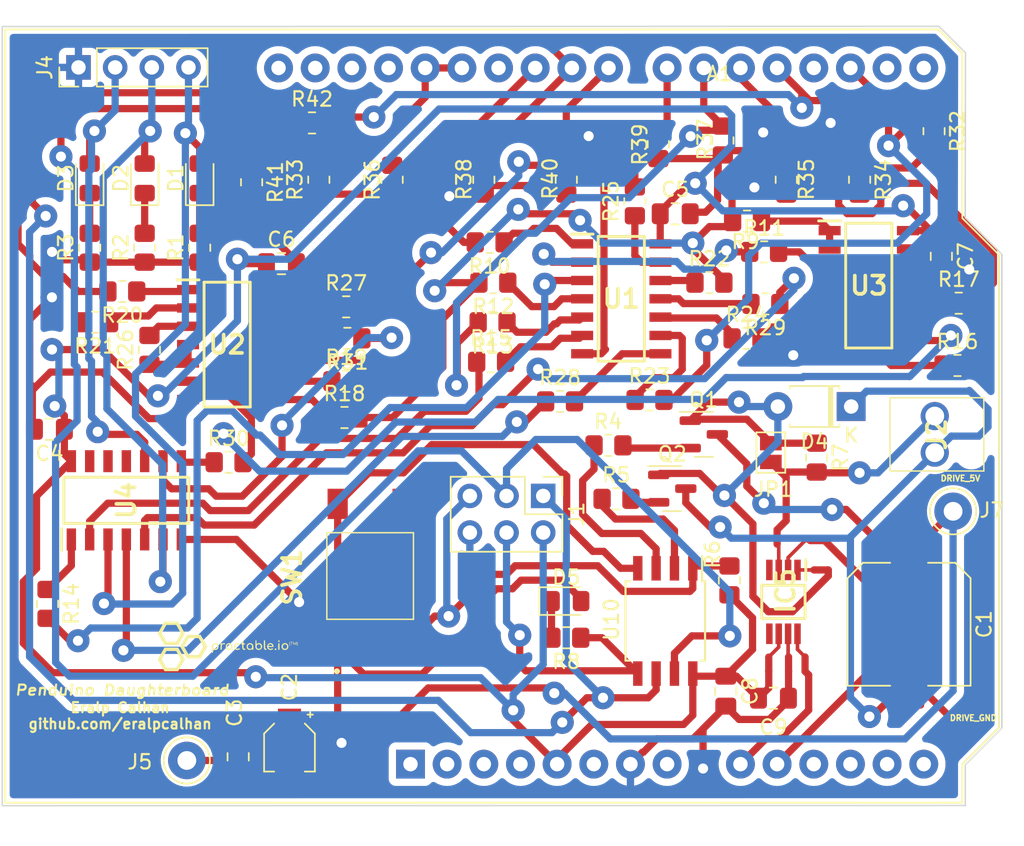
<source format=kicad_pcb>
(kicad_pcb (version 20211014) (generator pcbnew)
  (title_block (title "Driver Daughterboard") (date "2022-06-15") (rev "0"))
  (layers (0 "F.Cu" signal) (31 "B.Cu" signal) (34 "B.Paste" user) (35 "F.Paste" user) (36 "B.SilkS" user "B.Silkscreen") (37 "F.SilkS" user "F.Silkscreen") (38 "B.Mask" user) (39 "F.Mask" user) (44 "Edge.Cuts" user))
  (net 0 "")
  (net 1 "Net-(D1-Pad1)")
  (net 2 "Net-(D2-Pad1)")
  (net 3 "Net-(D3-Pad1)")
  (net 4 "SUP_LED_1")
  (net 5 "SUP_LED_2")
  (net 6 "STU_LED_1")
  (net 7 "STU_LED_2")
  (net 8 "SUP_LED_3")
  (net 9 "STU_LED_3")
  (net 10 "Net-(J1-Pad4)")
  (net 11 "Net-(Q1-Pad2)")
  (net 30 "Net-(J1-Pad5)")
  (net 31 "STUDENT_ENABLE")
  (net 32 "Net-(Q2-Pad2)")
  (net 33 "D_5V")
  (net 34 "D_GND")
  (net 35 "CURRENT_SENSE_OUT")
  (net 36 "LOAD_INPUT")
  (net 37 "DRIVE_INPUT")
  (net 38 "DRIVE_5V")
  (net 39 "DRIVE_GND")
  (net 40 "Net-(D4-Pad2)")
  (net 41 "Net-(IC5-Pad3)")
  (net 44 "CURRENT_SIGN_OUT")
  (net 45 "Net-(IC5-Pad6)")
  (net 46 "Net-(IC5-Pad1)")
  (net 47 "Net-(IC5-Pad2)")
  (net 48 "Net-(IC5-Pad7)")
  (net 49 "Net-(IC5-Pad8)")
  (net 50 "Net-(J2-Pad2)")
  (net 51 "Net-(D1-Pad2)")
  (net 52 "Net-(D2-Pad2)")
  (net 53 "Net-(D3-Pad2)")
  (net 54 "Net-(D5-Pad1)")
  (net 55 "Net-(R10-Pad1)")
  (net 56 "Net-(R11-Pad1)")
  (net 57 "Net-(R14-Pad2)")
  (net 58 "Net-(R12-Pad1)")
  (net 59 "Net-(R13-Pad1)")
  (net 60 "Net-(R15-Pad2)")
  (net 61 "Net-(R28-Pad2)")
  (net 62 "Net-(R23-Pad1)")
  (net 63 "Net-(R24-Pad1)")
  (net 64 "Net-(R29-Pad2)")
  (net 65 "Net-(R22-Pad1)")
  (net 66 "Net-(R25-Pad1)")
  (net 67 "Net-(R20-Pad1)")
  (net 68 "Net-(R21-Pad1)")
  (net 69 "Net-(R26-Pad2)")
  (net 70 "Net-(R26-Pad1)")
  (net 71 "Net-(R30-Pad2)")
  (net 72 "Net-(R18-Pad1)")
  (net 73 "Net-(R19-Pad1)")
  (net 74 "Net-(R27-Pad2)")
  (net 75 "Net-(R31-Pad2)")
  (net 76 "Net-(R27-Pad1)")
  (net 77 "Net-(R9-Pad1)")
  (net 78 "Net-(R11-Pad2)")
  (net 79 "Net-(R16-Pad1)")
  (net 80 "Net-(R24-Pad2)")
  (net 81 "Net-(R21-Pad2)")
  (net 82 "Net-(R17-Pad1)")
  (net 83 "Net-(R14-Pad1)")
  (net 84 "Net-(R15-Pad1)")
  (net 85 "Net-(R28-Pad1)")
  (net 86 "Net-(R29-Pad1)")
  (net 87 "Net-(R30-Pad1)")
  (net 88 "Net-(R31-Pad1)")
  (net 89 "DRIVE_OUT")
  (net 90 "LOAD_OUT")
  (net 91 "Net-(J1-Pad1)")
  (net 92 "Net-(J1-Pad3)")
  (footprint "Capacitor_SMD:C_0805_2012Metric_Pad1.18x1.45mm_HandSolder" (layer "F.Cu") (at 110.4392 71.2216)
    (fp_text reference "C6")
    (fp_text value "0.1uF")
  )
  (footprint "Resistor_SMD:R_0805_2012Metric_Pad1.20x1.40mm_HandSolder" (layer "F.Cu") (at 113.03 65.405 90)
    (fp_text reference "R33")
    (fp_text value "10kR")
  )
  (footprint "Resistor_SMD:R_0805_2012Metric_Pad1.20x1.40mm_HandSolder" (layer "F.Cu") (at 142.6624 76.4032)
    (fp_text reference "R24")
    (fp_text value "480R")
  )
  (footprint "Resistor_SMD:R_0805_2012Metric_Pad1.20x1.40mm_HandSolder" (layer "F.Cu") (at 97.155 70.12 90)
    (fp_text reference "R3")
    (fp_text value "680")
  )
  (footprint "Package_TO_SOT_SMD:SOT-23" (layer "F.Cu") (at 137.5156 86.8172)
    (fp_text reference "Q2")
    (fp_text value "BC547")
  )
  (footprint "Resistor_SMD:R_0805_2012Metric_Pad1.20x1.40mm_HandSolder" (layer "F.Cu") (at 124.46 65.405 90)
    (fp_text reference "R38")
    (fp_text value "10kR")
  )
  (footprint "Resistor_SMD:R_0805_2012Metric_Pad1.20x1.40mm_HandSolder" (layer "F.Cu") (at 101.2952 77.2 90)
    (fp_text reference "R26")
    (fp_text value "480R")
  )
  (footprint "Connector_PinHeader_2.54mm:PinHeader_1x04_P2.54mm_Vertical" (layer "F.Cu") (at 96.38 57.62 90)
    (fp_text reference "J4")
    (fp_text value "Conn_01x04")
  )
  (footprint "Resistor_SMD:R_0805_2012Metric_Pad1.20x1.40mm_HandSolder" (layer "F.Cu") (at 114.808 81.8896)
    (fp_text reference "R18")
    (fp_text value "480R")
  )
  (footprint "Resistor_SMD:R_0805_2012Metric_Pad1.20x1.40mm_HandSolder" (layer "F.Cu") (at 124.8664 69.7484 180)
    (fp_text reference "R10")
    (fp_text value "480R")
  )
  (footprint "Resistor_SMD:R_0805_2012Metric_Pad1.20x1.40mm_HandSolder" (layer "F.Cu") (at 134.9248 66.9036 90)
    (fp_text reference "R25")
    (fp_text value "480R")
  )
  (footprint "NetTie:NetTie-2_SMD_Pad0.5mm" (layer "F.Cu") (at 144.201 98.994 -90)
    (fp_text reference "NT1" hide)
    (fp_text value "NetTie_2")
  )
  (footprint "Package_SO:SOIC127P600X175-14N" (layer "F.Cu") (at 133.985 73.66)
    (fp_text reference "U1")
    (fp_text value "4081" hide)
  )
  (footprint "Resistor_SMD:R_0805_2012Metric_Pad1.20x1.40mm_HandSolder" (layer "F.Cu") (at 143.8816 70.4088)
    (fp_text reference "R11")
    (fp_text value "480R")
  )
  (footprint "Capacitor_SMD:C_0805_2012Metric_Pad1.18x1.45mm_HandSolder" (layer "F.Cu") (at 137.7188 67.7672)
    (fp_text reference "C5")
    (fp_text value "0.1uF")
  )
  (footprint "NetTie:NetTie-2_SMD_Pad0.5mm" (layer "F.Cu") (at 145.5726 98.986 -90)
    (fp_text reference "NT2" hide)
    (fp_text value "NetTie_2")
  )
  (footprint "Resistor_SMD:R_0805_2012Metric_Pad1.20x1.40mm_HandSolder" (layer "F.Cu") (at 135.9408 80.6704)
    (fp_text reference "R23")
    (fp_text value "480R")
  )
  (footprint "Package_SO:SOIC127P600X175-14N" (layer "F.Cu") (at 106.68 76.835)
    (fp_text reference "U2")
    (fp_text value "4011" hide)
  )
  (footprint "Capacitor_SMD:C_0805_2012Metric_Pad1.18x1.45mm_HandSolder" (layer "F.Cu") (at 141.224 100.8595 -90)
    (fp_text reference "C8")
    (fp_text value "100nF")
  )
  (footprint "Resistor_SMD:R_0805_2012Metric_Pad1.20x1.40mm_HandSolder" (layer "F.Cu") (at 136.5504 62.9412 -90)
    (fp_text reference "R39")
    (fp_text value "10kR")
  )
  (footprint "Package_TO_SOT_SMD:SOT-23" (layer "F.Cu") (at 139.7 83.058)
    (fp_text reference "Q1")
    (fp_text value "BC557")
  )
  (footprint "Resistor_SMD:R_0805_2012Metric_Pad1.20x1.40mm_HandSolder" (layer "F.Cu") (at 100.965 70.12 90)
    (fp_text reference "R2")
    (fp_text value "330")
  )
  (footprint "Capacitor_SMD:C_0805_2012Metric_Pad1.18x1.45mm_HandSolder" (layer "F.Cu") (at 107.442 105.41 -90)
    (fp_text reference "C3")
    (fp_text value "0.1u")
  )
  (footprint "Jumper:SolderJumper-2_P1.3mm_Open_Pad1.0x1.5mm" (layer "F.Cu") (at 144.345739 84.318761 -90)
    (fp_text reference "JP1")
    (fp_text value "Shunt Bypass")
  )
  (footprint "Resistor_SMD:R_0805_2012Metric_Pad1.20x1.40mm_HandSolder" (layer "F.Cu") (at 147.520739 84.668761 -90)
    (fp_text reference "R7")
    (fp_text value "10R")
  )
  (footprint "Capacitor_SMD:C_0805_2012Metric_Pad1.18x1.45mm_HandSolder" (layer "F.Cu") (at 144.526 101.346)
    (fp_text reference "C9")
    (fp_text value "0.1uF")
  )
  (footprint "Resistor_SMD:R_0805_2012Metric_Pad1.20x1.40mm_HandSolder" (layer "F.Cu") (at 99.4156 73.152 180)
    (fp_text reference "R20")
    (fp_text value "480R")
  )
  (footprint "Resistor_SMD:R_0805_2012Metric_Pad1.20x1.40mm_HandSolder" (layer "F.Cu") (at 97.536 75.2856 180)
    (fp_text reference "R21")
    (fp_text value "480R")
  )
  (footprint "LED_SMD:LED_0805_2012Metric_Pad1.15x1.40mm_HandSolder" (layer "F.Cu") (at 104.775 65.31 90)
    (fp_text reference "D1")
    (fp_text value "LED")
  )
  (footprint "Capacitor_SMD:CP_Elec_3x5.3" (layer "F.Cu") (at 110.998 104.672 -90)
    (fp_text reference "C2")
    (fp_text value "10u")
  )
  (footprint "LED_SMD:LED_0805_2012Metric_Pad1.15x1.40mm_HandSolder" (layer "F.Cu") (at 97.155 65.31 90)
    (fp_text reference "D3")
    (fp_text value "LED")
  )
  (footprint "Package_SO:SOIC127P600X175-14N" (layer "F.Cu") (at 151.13 72.7456)
    (fp_text reference "U3")
    (fp_text value "4011" hide)
  )
  (footprint "Diode_THT:D_T-1_P5.08mm_Horizontal" (layer "F.Cu") (at 149.9108 81.1276 180)
    (fp_text reference "D4")
    (fp_text value "1N4002")
  )
  (footprint "Resistor_SMD:R_0805_2012Metric_Pad1.20x1.40mm_HandSolder" (layer "F.Cu") (at 125.1204 72.5424 180)
    (fp_text reference "R12")
    (fp_text value "480R")
  )
  (footprint "Package_SO:SOIC127P600X175-14N" (layer "F.Cu") (at 99.695 87.63 90)
    (fp_text reference "U4")
    (fp_text value "4071" hide)
  )
  (footprint "Resistor_SMD:R_0805_2012Metric_Pad1.20x1.40mm_HandSolder" (layer "F.Cu") (at 141.478 93.1805 -90)
    (fp_text reference "R6")
    (fp_text value "100k")
  )
  (footprint "NetTie:NetTie-2_SMD_Pad0.5mm" (layer "F.Cu") (at 144.78 90.17 -90)
    (fp_text reference "NT4" hide)
    (fp_text value "NetTie_2")
  )
  (footprint "LED_SMD:LED_0805_2012Metric_Pad1.15x1.40mm_HandSolder" (layer "F.Cu") (at 100.965 65.31 90)
    (fp_text reference "D2")
    (fp_text value "LED")
  )
  (footprint "000_Graphics_Immo:practactable.io_text_10x4" (layer "F.Cu") (at 106.68 97.79)
    (fp_text reference "G***" hide)
    (fp_text value "LOGO" hide)
  )
  (footprint "Resistor_SMD:R_0805_2012Metric_Pad1.20x1.40mm_HandSolder" (layer "F.Cu") (at 106.7816 84.9884)
    (fp_text reference "R30")
    (fp_text value "480R")
  )
  (footprint "Resistor_SMD:R_0805_2012Metric_Pad1.20x1.40mm_HandSolder" (layer "F.Cu") (at 141.0208 62.6872 -90)
    (fp_text reference "R37")
    (fp_text value "10kR")
  )
  (footprint "Resistor_SMD:R_0805_2012Metric_Pad1.20x1.40mm_HandSolder" (layer "F.Cu") (at 114.935 79.375)
    (fp_text reference "R19")
    (fp_text value "480R")
  )
  (footprint "Resistor_SMD:R_0805_2012Metric_Pad1.20x1.40mm_HandSolder" (layer "F.Cu") (at 130.175 97.155 180)
    (fp_text reference "R8")
    (fp_text value "680")
  )
  (footprint "Package_SO:SOIC-8W_5.3x5.3mm_P1.27mm" (layer "F.Cu") (at 137.033 95.9905 -90)
    (fp_text reference "U10")
    (fp_text value "ATtiny85-20S")
  )
  (footprint "Connector_PinHeader_2.54mm:PinHeader_2x03_P2.54mm_Vertical" (layer "F.Cu") (at 128.5748 87.3252 -90)
    (fp_text reference "J1")
    (fp_text value "AVR-ISP-6")
  )
  (footprint "Resistor_SMD:R_0805_2012Metric_Pad1.20x1.40mm_HandSolder" (layer "F.Cu") (at 114.9256 74.2188)
    (fp_text reference "R27")
    (fp_text value "480R")
  )
  (footprint "Audio_Module:Infineon Motor Sheild hiddenPins" (layer "F.Cu") (at 99.695 86.233 90)
    (fp_text reference "A1")
    (fp_text value "Infineon Motor Shield MOD" hide)
  )
  (footprint "Resistor_SMD:R_0805_2012Metric_Pad1.20x1.40mm_HandSolder" (layer "F.Cu") (at 130.175 65.405 90)
    (fp_text reference "R40")
    (fp_text value "10kR")
  )
  (footprint "Resistor_SMD:R_0805_2012Metric_Pad1.20x1.40mm_HandSolder" (layer "F.Cu") (at 142.6972 68.2752 180)
    (fp_text reference "R9")
    (fp_text value "480R")
  )
  (footprint "LED_SMD:LED_0805_2012Metric_Pad1.15x1.40mm_HandSolder" (layer "F.Cu") (at 130.175 94.615)
    (fp_text reference "D5")
    (fp_text value "LED")
  )
  (footprint "Resistor_SMD:R_0805_2012Metric_Pad1.20x1.40mm_HandSolder" (layer "F.Cu") (at 118.11 65.405 90)
    (fp_text reference "R36")
    (fp_text value "10kR")
  )
  (footprint "Resistor_SMD:R_0805_2012Metric_Pad1.20x1.40mm_HandSolder" (layer "F.Cu") (at 112.5568 61.468)
    (fp_text reference "R42")
    (fp_text value "480")
  )
  (footprint "Resistor_SMD:R_0805_2012Metric_Pad1.20x1.40mm_HandSolder" (layer "F.Cu") (at 133.6548 87.5284 180)
    (fp_text reference "R5")
    (fp_text value "2k2")
  )
  (footprint "Resistor_SMD:R_0805_2012Metric_Pad1.20x1.40mm_HandSolder" (layer "F.Cu") (at 124.968 78.0288)
    (fp_text reference "R15")
    (fp_text value "480R")
  )
  (footprint "Resistor_SMD:R_0805_2012Metric_Pad1.20x1.40mm_HandSolder" (layer "F.Cu") (at 94.234 94.8088 -90)
    (fp_text reference "R14")
    (fp_text value "480R")
  )
  (footprint "Resistor_SMD:R_0805_2012Metric_Pad1.20x1.40mm_HandSolder" (layer "F.Cu") (at 133.096 83.82 180)
    (fp_text reference "R4")
    (fp_text value "2k2")
  )
  (footprint "Resistor_SMD:R_0805_2012Metric_Pad1.20x1.40mm_HandSolder" (layer "F.Cu") (at 108.3724 65.5828 -90)
    (fp_text reference "R41")
    (fp_text value "480")
  )
  (footprint "Connector_Pin:Pin_D1.3mm_L11.0mm" (layer "F.Cu") (at 156.972 88.392 -90)
    (fp_text reference "J7")
    (fp_text value "DRIVE_5V_IN")
  )
  (footprint "Resistor_SMD:R_0805_2012Metric_Pad1.20x1.40mm_HandSolder" (layer "F.Cu") (at 115.0112 76.4032 180)
    (fp_text reference "R31")
    (fp_text value "480R")
  )
  (footprint "Connector_Pin:Pin_D1.3mm_L11.0mm" (layer "F.Cu") (at 103.886 105.664 -90)
    (fp_text reference "J5")
    (fp_text value "DRIVE_GND")
  )
  (footprint "NetTie:NetTie-2_SMD_Pad0.5mm" (layer "F.Cu") (at 147.828 92.456 180)
    (fp_text reference "NT5" hide)
    (fp_text value "NetTie_2")
  )
  (footprint "Capacitor_SMD:C_Elec_8x10.2" (layer "F.Cu") (at 153.924 96.222 -90)
    (fp_text reference "C1")
    (fp_text value "470u")
  )
  (footprint "Capacitor_SMD:C_0805_2012Metric_Pad1.18x1.45mm_HandSolder" (layer "F.Cu") (at 94.3649 82.7024 180)
    (fp_text reference "C4")
    (fp_text value "0.1uF")
  )
  (footprint "Button_Switch_SMD:13019319" (layer "F.Cu") (at 116.586 93.726 90)
    (fp_text reference "SW1")
    (fp_text value "SW_Push" hide)
  )
  (footprint "Resistor_SMD:R_0805_2012Metric_Pad1.20x1.40mm_HandSolder" (layer "F.Cu") (at 129.7432 80.772)
    (fp_text reference "R28")
    (fp_text value "480R")
  )
  (footprint "Connector_Molex:RSPROPenduinoTerminal" (layer "F.Cu") (at 155.702 84.328 90)
    (fp_text reference "J2")
    (fp_text value "Coil" hide)
  )
  (footprint "Resistor_SMD:R_0805_2012Metric_Pad1.20x1.40mm_HandSolder" (layer "F.Cu") (at 104.775 70.12 90)
    (fp_text reference "R1")
    (fp_text value "330")
  )
  (footprint "Resistor_SMD:R_0805_2012Metric_Pad1.20x1.40mm_HandSolder" (layer "F.Cu") (at 145.415 65.405 -90)
    (fp_text reference "R35")
    (fp_text value "10kR")
  )
  (footprint "Resistor_SMD:R_0805_2012Metric_Pad1.20x1.40mm_HandSolder" (layer "F.Cu") (at 150.495 65.405 -90)
    (fp_text reference "R34")
    (fp_text value "10kR")
  )
  (footprint "Resistor_SMD:R_0805_2012Metric_Pad1.20x1.40mm_HandSolder" (layer "F.Cu") (at 157.2768 78.2828)
    (fp_text reference "R16")
    (fp_text value "480R")
  )
  (footprint "Resistor_SMD:R_0805_2012Metric_Pad1.20x1.40mm_HandSolder" (layer "F.Cu") (at 125.0696 75.2856 180)
    (fp_text reference "R13")
    (fp_text value "480R")
  )
  (footprint "Resistor_SMD:R_0805_2012Metric_Pad1.20x1.40mm_HandSolder" (layer "F.Cu") (at 157.3624 73.9648)
    (fp_text reference "R17")
    (fp_text value "480R")
  )
  (footprint "Resistor_SMD:R_0805_2012Metric_Pad1.20x1.40mm_HandSolder" (layer "F.Cu") (at 140.0904 72.5424)
    (fp_text reference "R22")
    (fp_text value "480R")
  )
  (footprint "Resistor_SMD:R_0805_2012Metric_Pad1.20x1.40mm_HandSolder" (layer "F.Cu") (at 143.9672 74.0156 180)
    (fp_text reference "R29")
    (fp_text value "480R")
  )
  (footprint "Resistor_SMD:R_0805_2012Metric_Pad1.20x1.40mm_HandSolder" (layer "F.Cu") (at 155.6512 62.0428 -90)
    (fp_text reference "R32")
    (fp_text value "10kR")
  )
  (footprint "NetTie:NetTie-2_SMD_Pad0.5mm" (layer "F.Cu") (at 146.7156 98.986 -90)
    (fp_text reference "NT6" hide)
    (fp_text value "NetTie_2")
  )
  (footprint "Sensor_Current:SOP65P490X110-8N" (layer "F.Cu") (at 145.217 94.668 -90)
    (fp_text reference "IC5")
    (fp_text value "MAX9928FAUA+" hide)
  )
  (footprint "NetTie:NetTie-2_SMD_Pad0.5mm" (layer "F.Cu") (at 147.574 90.424 180)
    (fp_text reference "NT3" hide)
    (fp_text value "NetTie_2")
  )
  (footprint "Capacitor_SMD:C_0805_2012Metric_Pad1.18x1.45mm_HandSolder" (layer "F.Cu") (at 156.1592 70.7136 -90)
    (fp_text reference "C7")
    (fp_text value "0.1uF")
  )
  (gr_line (start 156.012 54.796) (end 155.992 54.776) (layer "Edge.Cuts") (width 0.1))
  (gr_line (start 157.822 105.966) (end 160.352 103.416) (layer "Edge.Cuts") (width 0.1))
  (gr_line (start 160.352 103.416) (end 160.352 70.576) (layer "Edge.Cuts") (width 0.1))
  (gr_line (start 160.352 70.576) (end 157.812 68.036) (layer "Edge.Cuts") (width 0.1))
  (gr_line (start 157.812 68.036) (end 157.832 56.606) (layer "Edge.Cuts") (width 0.1))
  (gr_line (start 91.102 108.776) (end 91.102 108.796) (layer "Edge.Cuts") (width 0.1))
  (gr_line (start 91.102 108.796) (end 157.802 108.786) (layer "Edge.Cuts") (width 0.1))
  (gr_line (start 157.802 108.786) (end 157.822 108.786) (layer "Edge.Cuts") (width 0.1))
  (gr_line (start 91.102 54.786) (end 91.102 108.776) (layer "Edge.Cuts") (width 0.1))
  (gr_line (start 157.822 108.786) (end 157.822 105.966) (layer "Edge.Cuts") (width 0.1))
  (gr_line (start 155.992 54.776) (end 91.102 54.786) (layer "Edge.Cuts") (width 0.1))
  (gr_line (start 157.832 56.606) (end 156.012 54.796) (layer "Edge.Cuts") (width 0.1))
  (gr_text "Penduino Daughterboard" (at 99.4156 100.7872) (layer "F.SilkS") (effects (font (size 0.7 0.8) (thickness 0.15) italic)))
  (gr_text "Eralp Calhan\ngithub.com/eralpcalhan\n" (at 99.2632 102.5652) (layer "F.SilkS") (effects (font (size 0.7 0.7))))
  (gr_text "DRIVE_GND" (at 158.369 102.7176) (layer "F.SilkS") (effects (font (size 0.4 0.4) (thickness 0.1))))
  (gr_text "DRIVE_5V" (at 157.48 86.106) (layer "F.SilkS") (effects (font (size 0.4 0.4) (thickness 0.1))))
  (segment (start 104.775 66.335) (end 104.775 69.12) (width 0.5) (layer "F.Cu") (net 1))
  (segment (start 100.965 66.335) (end 100.965 69.12) (width 0.5) (layer "F.Cu") (net 2))
  (segment (start 97.155 66.335) (end 97.155 69.12) (width 0.5) (layer "F.Cu") (net 3))
  (segment (start 123.081474 69.7484) (end 119.964099 66.631025) (width 0.5) (layer "F.Cu") (net 4))
  (segment (start 119.964099 65.846099) (end 118.523 64.405) (width 0.5) (layer "F.Cu") (net 4))
  (segment (start 123.8664 69.7484) (end 123.081474 69.7484) (width 0.5) (layer "F.Cu") (net 4))
  (segment (start 128.02 57.658) (end 121.273 64.405) (width 0.5) (layer "F.Cu") (net 4))
  (segment (start 119.964099 66.631025) (end 119.964099 65.846099) (width 0.5) (layer "F.Cu") (net 4))
  (segment (start 121.273 64.405) (end 118.11 64.405) (width 0.5) (layer "F.Cu") (net 4))
  (segment (start 139.9032 78.263844) (end 139.9032 76.540933) (width 0.5) (layer "F.Cu") (net 5))
  (segment (start 154.5016 61.0428) (end 152.5016 63.0428) (width 0.5) (layer "F.Cu") (net 5))
  (segment (start 137.496644 80.6704) (end 139.9032 78.263844) (width 0.5) (layer "F.Cu") (net 5))
  (segment (start 155.6512 61.0428) (end 154.5016 61.0428) (width 0.5) (layer "F.Cu") (net 5))
  (segment (start 152.5016 60.2996) (end 152.5016 63.0428) (width 0.5) (layer "F.Cu") (net 5))
  (segment (start 136.9408 80.6704) (end 137.496644 80.6704) (width 0.5) (layer "F.Cu") (net 5))
  (segment (start 149.86 57.658) (end 152.5016 60.2996) (width 0.5) (layer "F.Cu") (net 5))
  (via (at 152.5016 63.0428) (size 1.6) (drill 0.7) (layers "F.Cu" "B.Cu") (net 5))
  (via (at 139.9032 76.540933) (size 1.6) (drill 0.7) (layers "F.Cu" "B.Cu") (net 5))
  (segment (start 142.810282 70.659431) (end 143.663966 69.805747) (width 0.5) (layer "B.Cu") (net 5))
  (segment (start 155.1432 65.6844) (end 152.5016 63.0428) (width 0.5) (layer "B.Cu") (net 5))
  (segment (start 142.810282 73.633851) (end 142.810282 70.659431) (width 0.5) (layer "B.Cu") (net 5))
  (segment (start 155.1432 67.7672) (end 155.1432 65.6844) (width 0.5) (layer "B.Cu") (net 5))
  (segment (start 143.663966 69.805747) (end 153.104653 69.805747) (width 0.5) (layer "B.Cu") (net 5))
  (segment (start 153.104653 69.805747) (end 155.1432 67.7672) (width 0.5) (layer "B.Cu") (net 5))
  (segment (start 139.9032 76.540933) (end 142.810282 73.633851) (width 0.5) (layer "B.Cu") (net 5))
  (segment (start 139.7 57.658) (end 139.7 60.3664) (width 0.5) (layer "F.Cu") (net 6))
  (segment (start 124.0696 75.2856) (end 122.61848 76.73672) (width 0.5) (layer "F.Cu") (net 6))
  (segment (start 140.732 61.976) (end 139.204144 61.976) (width 0.5) (layer "F.Cu") (net 6))
  (segment (start 139.204144 61.976) (end 138.788444 62.3917) (width 0.5) (layer "F.Cu") (net 6))
  (segment (start 122.61848 76.73672) (end 122.61848 79.603241) (width 0.5) (layer "F.Cu") (net 6))
  (segment (start 139.7 60.3664) (end 141.0208 61.6872) (width 0.5) (layer "F.Cu") (net 6))
  (segment (start 122.61848 79.603241) (end 122.568855 79.652866) (width 0.5) (layer "F.Cu") (net 6))
  (via (at 138.788444 62.3917) (size 1.6) (drill 0.7) (layers "F.Cu" "B.Cu") (net 6))
  (via (at 122.568855 79.652866) (size 1.6) (drill 0.7) (layers "F.Cu" "B.Cu") (net 6))
  (segment (start 130.5052 66.6496) (end 134.530544 66.6496) (width 0.5) (layer "B.Cu") (net 6))
  (segment (start 127.387825 69.113501) (end 128.041299 69.113501) (width 0.5) (layer "B.Cu") (net 6))
  (segment (start 122.568855 73.932471) (end 127.387825 69.113501) (width 0.5) (layer "B.Cu") (net 6))
  (segment (start 134.530544 66.6496) (end 138.788444 62.3917) (width 0.5) (layer "B.Cu") (net 6))
  (segment (start 128.041299 69.113501) (end 130.5052 66.6496) (width 0.5) (layer "B.Cu") (net 6))
  (segment (start 122.568855 79.652866) (end 122.568855 73.932471) (width 0.5) (layer "B.Cu") (net 6))
  (segment (start 134.9248 63.353266) (end 134.9248 65.9036) (width 0.5) (layer "F.Cu") (net 7))
  (segment (start 136.5504 61.9412) (end 136.336866 61.9412) (width 0.5) (layer "F.Cu") (net 7))
  (segment (start 137.16 61.3316) (end 136.5504 61.9412) (width 0.5) (layer "F.Cu") (net 7))
  (segment (start 136.336866 61.9412) (end 134.9248 63.353266) (width 0.5) (layer "F.Cu") (net 7))
  (segment (start 137.16 57.658) (end 137.16 61.3316) (width 0.5) (layer "F.Cu") (net 7))
  (segment (start 128.5788 55.6768) (end 94.234 55.6768) (width 0.5) (layer "F.Cu") (net 8))
  (segment (start 124.46 63.758) (end 124.46 64.405) (width 0.5) (layer "F.Cu") (net 8))
  (segment (start 92.192988 57.717812) (end 92.192988 69.873414) (width 0.5) (layer "F.Cu") (net 8))
  (segment (start 92.192988 69.873414) (end 92.996777 70.677203) (width 0.5) (layer "F.Cu") (net 8))
  (segment (start 95.115289 72.119511) (end 95.318489 72.119511) (width 0.5) (layer "F.Cu") (net 8))
  (segment (start 92.996777 71.050625) (end 93.904453 71.958301) (width 0.5) (layer "F.Cu") (net 8))
  (segment (start 94.954079 71.958301) (end 95.115289 72.119511) (width 0.5) (layer "F.Cu") (net 8))
  (segment (start 130.56 57.658) (end 124.46 63.758) (width 0.5) (layer "F.Cu") (net 8))
  (segment (start 94.234 55.6768) (end 92.192988 57.717812) (width 0.5) (layer "F.Cu") (net 8))
  (segment (start 92.996777 70.677203) (end 92.996777 71.050625) (width 0.5) (layer "F.Cu") (net 8))
  (segment (start 93.904453 71.958301) (end 94.954079 71.958301) (width 0.5) (layer "F.Cu") (net 8))
  (segment (start 130.56 57.658) (end 128.5788 55.6768) (width 0.5) (layer "F.Cu") (net 8))
  (segment (start 96.350978 73.152) (end 98.4156 73.152) (width 0.5) (layer "F.Cu") (net 8))
  (segment (start 95.318489 72.119511) (end 96.350978 73.152) (width 0.5) (layer "F.Cu") (net 8))
  (segment (start 130.175 64.405) (end 127.126809 64.405) (width 0.5) (layer "F.Cu") (net 9))
  (segment (start 130.174899 60.583101) (end 130.174899 64.404899) (width 0.5) (layer "F.Cu") (net 9))
  (segment (start 115.935 79.375) (end 119.241873 79.375) (width 0.5) (layer "F.Cu") (net 9))
  (segment (start 119.506899 71.757987) (end 120.805754 70.459132) (width 0.5) (layer "F.Cu") (net 9))
  (segment (start 130.174899 64.404899) (end 130.175 64.405) (width 0.5) (layer "F.Cu") (net 9))
  (segment (start 119.241873 79.375) (end 120.619458 77.997415) (width 0.5) (layer "F.Cu") (net 9))
  (segment (start 120.619458 77.997415) (end 120.619458 74.855584) (width 0.5) (layer "F.Cu") (net 9))
  (segment (start 133.1 57.658) (end 130.174899 60.583101) (width 0.5) (layer "F.Cu") (net 9))
  (segment (start 127.126809 64.405) (end 126.882008 64.160199) (width 0.5) (layer "F.Cu") (net 9))
  (segment (start 120.619458 74.855584) (end 119.506899 73.743025) (width 0.5) (layer "F.Cu") (net 9))
  (segment (start 119.506899 73.743025) (end 119.506899 71.757987) (width 0.5) (layer "F.Cu") (net 9))
  (via (at 126.882008 64.160199) (size 1.6) (drill 0.7) (layers "F.Cu" "B.Cu") (net 9))
  (via (at 120.805754 70.459132) (size 1.6) (drill 0.7) (layers "F.Cu" "B.Cu") (net 9))
  (segment (start 126.882008 65.1456) (end 126.882008 64.160199) (width 0.5) (layer "B.Cu") (net 9))
  (segment (start 121.568476 70.459132) (end 126.882008 65.1456) (width 0.5) (layer "B.Cu") (net 9))
  (segment (start 120.805754 70.459132) (end 121.568476 70.459132) (width 0.5) (layer "B.Cu") (net 9))
  (segment (start 126.9492 99.033245) (end 126.9492 96.9772) (width 0.5) (layer "F.Cu") (net 10))
  (segment (start 131.175 97.155) (end 132.6425 97.155) (width 0.5) (layer "F.Cu") (net 10))
  (segment (start 132.6425 97.155) (end 135.128 99.6405) (width 0.5) (layer "F.Cu") (net 10))
  (segment (start 127.363864 99.447909) (end 126.9492 99.033245) (width 0.5) (layer "F.Cu") (net 10))
  (segment (start 135.128 99.6405) (end 134.935409 99.447909) (width 0.5) (layer "F.Cu") (net 10))
  (segment (start 134.935409 99.447909) (end 127.363864 99.447909) (width 0.5) (layer "F.Cu") (net 10))
  (via (at 126.9492 96.9772) (size 1.6) (drill 0.7) (layers "F.Cu" "B.Cu") (net 10))
  (segment (start 126.0348 96.0628) (end 126.9492 96.9772) (width 0.5) (layer "B.Cu") (net 10))
  (segment (start 126.0348 89.8652) (end 126.0348 96.0628) (width 0.5) (layer "B.Cu") (net 10))
  (segment (start 138.7625 84.008) (end 134.284 84.008) (width 0.5) (layer "F.Cu") (net 11))
  (segment (start 132.353025 92.165969) (end 126.629631 92.165969) (width 0.5) (layer "F.Cu") (net 30))
  (segment (start 121.0556 95.6564) (end 118.836 97.876) (width 0.5) (layer "F.Cu") (net 30))
  (segment (start 126.629631 92.165969) (end 126.0348 92.7608) (width 0.5) (layer "F.Cu") (net 30))
  (segment (start 122.0216 95.6564) (end 121.0556 95.6564) (width 0.5) (layer "F.Cu") (net 30))
  (segment (start 139.098 92.1805) (end 138.938 92.3405) (width 0.5) (layer "F.Cu") (net 30))
  (segment (start 126.0348 92.7608) (end 124.9172 92.7608) (width 0.5) (layer "F.Cu") (net 30))
  (segment (start 134.127067 93.940011) (end 132.353025 92.165969) (width 0.5) (layer "F.Cu") (net 30))
  (segment (start 141.478 92.1805) (end 139.098 92.1805) (width 0.5) (layer "F.Cu") (net 30))
  (segment (start 118.836 97.876) (end 118.836 87.876) (width 0.5) (layer "F.Cu") (net 30))
  (segment (start 138.938 93.744522) (end 138.742511 93.940011) (width 0.5) (layer "F.Cu") (net 30))
  (segment (start 124.9172 92.7608) (end 122.0216 95.6564) (width 0.5) (layer "F.Cu") (net 30))
  (segment (start 138.742511 93.940011) (end 134.127067 93.940011) (width 0.5) (layer "F.Cu") (net 30))
  (segment (start 138.938 92.3405) (end 138.938 93.744522) (width 0.5) (layer "F.Cu") (net 30))
  (via (at 122.0216 95.6564) (size 1.6) (drill 0.7) (layers "F.Cu" "B.Cu") (net 30))
  (segment (start 121.895289 88.924711) (end 121.895289 95.530089) (width 0.5) (layer "B.Cu") (net 30))
  (segment (start 123.4948 87.3252) (end 121.895289 88.924711) (width 0.5) (layer "B.Cu") (net 30))
  (segment (start 121.895289 95.530089) (end 122.0216 95.6564) (width 0.5) (layer "B.Cu") (net 30))
  (segment (start 159.766 72.5612) (end 159.766 70.343582) (width 0.5) (layer "F.Cu") (net 31))
  (segment (start 121.618969 78.411426) (end 118.140795 81.8896) (width 0.5) (layer "F.Cu") (net 31))
  (segment (start 118.140795 81.8896) (end 115.808 81.8896) (width 0.5) (layer "F.Cu") (net 31))
  (segment (start 146.8026 64.405) (end 145.628534 64.405) (width 0.5) (layer "F.Cu") (net 31))
  (segment (start 124.1204 72.5424) (end 121.618969 75.043831) (width 0.5) (layer "F.Cu") (net 31))
  (segment (start 145.364301 64.354301) (end 145.415 64.405) (width 0.5) (layer "F.Cu") (net 31))
  (segment (start 149.630986 67.75452) (end 149.04548 67.169014) (width 0.5) (layer "F.Cu") (net 31))
  (segment (start 140.09332 68.656214) (end 138.950334 69.7992) (width 0.5) (layer "F.Cu") (net 31))
  (segment (start 145.364301 61.486575) (end 145.364301 64.354301) (width 0.5) (layer "F.Cu") (net 31))
  (segment (start 142.24 58.362274) (end 145.364301 61.486575) (width 0.5) (layer "F.Cu") (net 31))
  (segment (start 151.964637 67.148897) (end 151.359014 67.75452) (width 0.5) (layer "F.Cu") (net 31))
  (segment (start 131.130702 68.219656) (end 130.678246 67.7672) (width 0.5) (layer "F.Cu") (net 31))
  (segment (start 141.0904 72.328866) (end 138.938 70.176466) (width 0.5) (layer "F.Cu") (net 31))
  (segment (start 121.618969 75.043831) (end 121.618969 78.411426) (width 0.5) (layer "F.Cu") (net 31))
  (segment (start 158.369101 73.971501) (end 158.369101 78.190499) (width 0.5) (layer "F.Cu") (net 31))
  (segment (start 121.6152 72.5424) (end 121.0564 73.1012) (width 0.5) (layer "F.Cu") (net 31))
  (segment (start 158.3624 73.9648) (end 159.766 72.5612) (width 0.5) (layer "F.Cu") (net 31))
  (segment (start 142.563375 64.388899) (end 141.655699 65.296575) (width 0.5) (layer "F.Cu") (net 31))
  (segment (start 155.077855 65.655437) (end 152.872313 65.655437) (width 0.5) (layer "F.Cu") (net 31))
  (segment (start 138.938 70.176466) (end 138.938 69.7992) (width 0.5) (layer "F.Cu") (net 31))
  (segment (start 124.1204 72.5424) (end 121.6152 72.5424) (width 0.5) (layer "F.Cu") (net 31))
  (segment (start 127.1524 67.7672) (end 126.847601 67.462401) (width 0.5) (layer "F.Cu") (net 31))
  (segment (start 130.678246 67.7672) (end 127.1524 67.7672) (width 0.5) (layer "F.Cu") (net 31))
  (segment (start 149.04548 66.64788) (end 146.8026 64.405) (width 0.5) (layer "F.Cu") (net 31))
  (segment (start 141.316186 68.656214) (end 140.09332 68.656214) (width 0.5) (layer "F.Cu") (net 31))
  (segment (start 141.655699 65.296575) (end 141.655699 67.867765) (width 0.5) (layer "F.Cu") (net 31))
  (segment (start 159.766 70.343582) (end 155.077855 65.655437) (width 0.5) (layer "F.Cu") (net 31))
  (segment (start 149.04548 67.169014) (end 149.04548 66.64788) (width 0.5) (layer "F.Cu") (net 31))
  (segment (start 152.872313 65.655437) (end 151.964637 66.563113) (width 0.5) (layer "F.Cu") (net 31))
  (segment (start 151.964637 66.563113) (end 151.964637 67.148897) (width 0.5) (layer "F.Cu") (net 31))
  (segment (start 145.185365 64.388899) (end 142.563375 64.388899) (width 0.5) (layer "F.Cu") (net 31))
  (segment (start 145.201466 64.405) (end 145.185365 64.388899) (width 0.5) (layer "F.Cu") (net 31))
  (segment (start 142.24 57.658) (end 142.24 58.362274) (width 0.5) (layer "F.Cu") (net 31))
  (segment (start 141.655699 67.867765) (end 141.6972 67.909266) (width 0.5) (layer "F.Cu") (net 31))
  (segment (start 141.0904 72.5424) (end 141.0904 72.328866) (width 0.5) (layer "F.Cu") (net 31))
  (segment (start 151.359014 67.75452) (end 149.630986 67.75452) (width 0.5) (layer "F.Cu") (net 31))
  (segment (start 141.6972 68.2752) (end 141.316186 68.656214) (width 0.5) (layer "F.Cu") (net 31))
  (segment (start 138.950334 69.7992) (end 138.938 69.7992) (width 0.5) (layer "F.Cu") (net 31))
  (via (at 126.847601 67.462401) (size 1.6) (drill 0.7) (layers "F.Cu" "B.Cu") (net 31))
  (via (at 138.938 69.7992) (size 1.6) (drill 0.7) (layers "F.Cu" "B.Cu") (net 31))
  (via (at 131.130702 68.219656) (size 1.6) (drill 0.7) (layers "F.Cu" "B.Cu") (net 31))
  (via (at 121.0564 73.1012) (size 1.6) (drill 0.7) (layers "F.Cu" "B.Cu") (net 31))
  (segment (start 138.938 69.7992) (end 132.710246 69.7992) (width 0.5) (layer "B.Cu") (net 31))
  (segment (start 132.710246 69.7992) (end 131.130702 68.219656) (width 0.5) (layer "B.Cu") (net 31))
  (segment (start 126.695199 67.462401) (end 126.847601 67.462401) (width 0.5) (layer "B.Cu") (net 31))
  (segment (start 121.0564 73.1012) (end 126.695199 67.462401) (width 0.5) (layer "B.Cu") (net 31))
  (segment (start 134.8936 87.7672) (end 134.6548 87.5284) (width 0.5) (layer "F.Cu") (net 32))
  (segment (start 136.5781 87.7672) (end 134.8936 87.7672) (width 0.5) (layer "F.Cu") (net 32))
  (segment (start 131.940348 103.168978) (end 129.54 105.569326) (width 0.5) (layer "F.Cu") (net 33))
  (segment (start 141.9645 99.822) (end 141.224 99.822) (width 0.5) (layer "F.Cu") (net 33))
  (segment (start 95.885 84.918) (end 93.472 87.331) (width 0.5) (layer "F.Cu") (net 33))
  (segment (start 138.645556 65.65191) (end 139.106688 65.65191) (width 0.5) (layer "F.Cu") (net 33))
  (segment (start 144.201 100.6335) (end 143.4885 101.346) (width 0.5) (layer "F.Cu") (net 33))
  (segment (start 95.4024 82.7024) (end 95.4024 81.766135) (width 0.5) (layer "F.Cu") (net 33))
  (segment (start 98.057714 77.178912) (end 94.546278 77.178912) (width 0.5) (layer "F.Cu") (net 33))
  (segment (start 92.5576 93.271666) (end 92.5576 97.536) (width 0.5) (layer "F.Cu") (net 33))
  (segment (start 143.078301 97.967699) (end 141.478 99.568) (width 0.5) (layer "F.Cu") (net 33))
  (segment (start 156.1592 69.6761) (end 155.4187 68.9356) (width 0.5) (layer "F.Cu") (net 33))
  (segment (start 129.54 105.569326) (end 129.54 105.918) (width 0.5) (layer "F.Cu") (net 33))
  (segment (start 138.938 99.6405) (end 138.938 102.529661) (width 0.5) (layer "F.Cu") (net 33))
  (segment (start 136.6813 67.7672) (end 136.6813 69.8343) (width 0.5) (layer "F.Cu") (net 33))
  (segment (start 155.4187 68.9356) (end 153.842 68.9356) (width 0.5) (layer "F.Cu") (net 33))
  (segment (start 109.4017 71.2216) (end 107.696 71.2216) (width 0.5) (layer "F.Cu") (net 33))
  (segment (start 92.5576 97.536) (end 94.600946 99.579346) (width 0.5) (layer "F.Cu") (net 33))
  (segment (start 108.381002 99.579346) (end 108.663656 99.862) (width 0.5) (layer "F.Cu") (net 33))
  (segment (start 129.54 105.918) (end 126.495207 102.873207) (width 0.5) (layer "F.Cu") (net 33))
  (segment (start 141.478 94.1805) (end 143.078301 95.780801) (width 0.5) (layer "F.Cu") (net 33))
  (segment (start 95.4024 81.766135) (end 94.732989 81.096724) (width 0.5) (layer "F.Cu") (net 33))
  (segment (start 139.1195 99.822) (end 138.938 99.6405) (width 0.5) (layer "F.Cu") (net 33))
  (segment (start 136.6813 67.616166) (end 138.645556 65.65191) (width 0.5) (layer "F.Cu") (net 33))
  (segment (start 143.4885 101.346) (end 141.9645 99.822) (width 0.5) (layer "F.Cu") (net 33))
  (segment (start 138.298683 103.168978) (end 131.940348 103.168978) (width 0.5) (layer "F.Cu") (net 33))
  (segment (start 156.1592 69.6761) (end 153.688038 67.204938) (width 0.5) (layer "F.Cu") (net 33))
  (segment (start 126.495207 102.873207) (end 126.495207 102.1841) (width 0.5) (layer "F.Cu") (net 33))
  (segment (start 94.600946 99.579346) (end 108.381002 99.579346) (width 0.5) (layer "F.Cu") (net 33))
  (segment (start 95.4024 84.4354) (end 95.885 84.918) (width 0.5) (layer "F.Cu") (net 33))
  (segment (start 136.6813 67.7672) (end 136.6813 67.616166) (width 0.5) (layer "F.Cu") (net 33))
  (segment (start 109.392 73.025) (end 109.392 71.2313) (width 0.5) (layer "F.Cu") (net 33))
  (segment (start 101.26634 80.387538) (end 98.057714 77.178912) (width 0.5) (layer "F.Cu") (net 33))
  (segment (start 141.224 99.822) (end 139.1195 99.822) (width 0.5) (layer "F.Cu") (net 33))
  (segment (start 144.201 99.494) (end 144.201 100.6335) (width 0.5) (layer "F.Cu") (net 33))
  (segment (start 153.688038 67.204938) (end 153.514138 67.204938) (width 0.5) (layer "F.Cu") (net 33))
  (segment (start 107.696 71.2216) (end 107.3912 70.9168) (width 0.5) (layer "F.Cu") (net 33))
  (segment (start 101.882862 80.387538) (end 101.26634 80.387538) (width 0.5) (layer "F.Cu") (net 33))
  (segment (start 95.4024 82.7024) (end 95.4024 84.4354) (width 0.5) (layer "F.Cu") (net 33))
  (segment (start 138.938 102.529661) (end 138.298683 103.168978) (width 0.5) (layer "F.Cu") (net 33))
  (segment (start 143.078301 95.780801) (end 143.078301 97.967699) (width 0.5) (layer "F.Cu") (net 33))
  (segment (start 93.472 92.357266) (end 92.5576 93.271666) (width 0.5) (layer "F.Cu") (net 33))
  (segment (start 93.472 87.331) (end 93.472 92.357266) (width 0.5) (layer "F.Cu") (net 33))
  (via (at 139.106688 65.65191) (size 1.6) (drill 0.7) (layers "F.Cu" "B.Cu") (net 33))
  (via (at 101.882862 80.387538) (size 1.6) (drill 0.7) (layers "F.Cu" "B.Cu") (net 33))
  (via (at 107.3912 70.9168) (size 1.6) (drill 0.7) (layers "F.Cu" "B.Cu") (net 33))
  (via (at 153.514138 67.204938) (size 1.6) (drill 0.7) (layers "F.Cu" "B.Cu") (net 33))
  (via (at 126.495207 102.1841) (size 1.6) (drill 0.7) (layers "F.Cu" "B.Cu") (net 33))
  (via (at 108.663656 99.862) (size 1.6) (drill 0.7) (layers "F.Cu" "B.Cu") (net 33))
  (via (at 94.546278 77.178912) (size 1.6) (drill 0.7) (layers "F.Cu" "B.Cu") (net 33))
  (via (at 94.732989 81.096724) (size 1.6) (drill 0.7) (layers "F.Cu" "B.Cu") (net 33))
  (segment (start 126.495207 101.088793) (end 126.495207 102.1841) (width 0.5) (layer "B.Cu") (net 33))
  (segment (start 141.6304 63.0428) (end 138.8325 65.8407) (width 0.5) (layer "B.Cu") (net 33))
  (segment (start 141.018778 67.564) (end 139.106688 65.65191) (width 0.5) (layer "B.Cu") (net 33))
  (segment (start 107.3912 70.9168) (end 110.9472 70.9168) (width 0.5) (layer "B.Cu") (net 33))
  (segment (start 108.663656 99.862) (end 108.725256 99.9236) (width 0.5) (layer "B.Cu") (net 33))
  (segment (start 102.187662 80.387538) (end 101.882862 80.387538) (width 0.5) (layer "B.Cu") (net 33))
  (segment (start 94.732989 81.096724) (end 95.024158 80.805555) (width 0.5) (layer "B.Cu") (net 33))
  (segment (start 95.024158 80.805555) (end 95.024158 77.656792) (width 0.5) (layer "B.Cu") (net 33))
  (segment (start 141.6304 60.96) (end 141.6304 63.0428) (width 0.5) (layer "B.Cu") (net 33))
  (segment (start 128.5748 99.0092) (end 126.495207 101.088793) (width 0.5) (layer "B.Cu") (net 33))
  (segment (start 153.155076 67.564) (end 141.018778 67.564) (width 0.5) (layer "B.Cu") (net 33))
  (segment (start 108.725256 99.9236) (end 124.234707 99.9236) (width 0.5) (layer "B.Cu") (net 33))
  (segment (start 124.234707 99.9236) (end 126.495207 102.1841) (width 0.5) (layer "B.Cu") (net 33))
  (segment (start 107.3912 70.9168) (end 107.3912 75.184) (width 0.5) (layer "B.Cu") (net 33))
  (segment (start 95.024158 77.656792) (end 94.546278 77.178912) (width 0.5) (layer "B.Cu") (net 33))
  (segment (start 110.9472 70.9168) (end 121.3612 60.5028) (width 0.5) (layer "B.Cu") (net 33))
  (segment (start 141.1732 60.5028) (end 141.6304 60.96) (width 0.5) (layer "B.Cu") (net 33))
  (segment (start 153.514138 67.204938) (end 153.155076 67.564) (width 0.5) (layer "B.Cu") (net 33))
  (segment (start 107.3912 75.184) (end 102.187662 80.387538) (width 0.5) (layer "B.Cu") (net 33))
  (segment (start 128.5748 89.8652) (end 128.5748 99.0092) (width 0.5) (layer "B.Cu") (net 33))
  (segment (start 121.3612 60.5028) (end 141.1732 60.5028) (width 0.5) (layer "B.Cu") (net 33))
  (segment (start 97.155 71.12) (end 96.99379 70.95879) (width 0.5) (layer "F.Cu") (net 34))
  (segment (start 149.04548 65.169014) (end 149.04548 62.02508) (width 0.5) (layer "F.Cu") (net 34))
  (segment (start 140.656188 64.933364) (end 140.697689 64.891863) (width 0.5) (layer "F.Cu") (net 34))
  (segment (start 124.646711 94.444811) (end 125.331211 93.760311) (width 0.5) (layer "F.Cu") (net 34))
  (segment (start 132.785011 77.274511) (end 132.785011 63.443011) (width 0.5) (layer "F.Cu") (net 34))
  (segment (start 140.697689 64.010311) (end 141.0208 63.6872) (width 0.5) (layer "F.Cu") (net 34))
  (segment (start 93.3274 79.8498) (end 93.183488 79.993712) (width 0.5) (layer "F.Cu") (net 34))
  (segment (start 105.639014 70.46952) (end 107.223734 68.8848) (width 0.5) (layer "F.Cu") (net 34))
  (segment (start 105.42548 70.46952) (end 105.639014 70.46952) (width 0.5) (layer "F.Cu") (net 34))
  (segment (start 146.9136 76.5556) (end 145.8976 77.5716) (width 0.5) (layer "F.Cu") (net 34))
  (segment (start 140.697689 64.891863) (end 140.697689 64.010311) (width 0.5) (layer "F.Cu") (net 34))
  (segment (start 143.6718 66.405) (end 143.2052 65.9384) (width 0.5) (layer "F.Cu") (net 34))
  (segment (start 93.183488 79.993712) (end 93.183488 82.558488) (width 0.5) (layer "F.Cu") (net 34))
  (segment (start 130.175 66.405) (end 129.581299 65.811299) (width 0.5) (layer "F.Cu") (net 34))
  (segment (start 145.415 66.405) (end 143.6718 66.405) (width 0.5) (layer "F.Cu") (net 34))
  (segment (start 142.14752 102.82052) (end 141.224 101.897) (width 0.5) (layer "F.Cu") (net 34))
  (segment (start 135.515106 105.088711) (end 135.449289 105.088711) (width 0.5) (layer "F.Cu") (net 34))
  (segment (start 142.553812 63.389388) (end 143.8148 62.1284) (width 0.5) (layer "F.Cu") (net 34))
  (segment (start 97.155 71.12) (end 104.775 71.12) (width 0.5) (layer "F.Cu") (net 34))
  (segment (start 118.11 66.405) (end 113.03 66.405) (width 0.5) (layer "F.Cu") (net 34))
  (segment (start 136.435328 104.168489) (end 135.515106 105.088711) (width 0.5) (layer "F.Cu") (net 34))
  (segment (start 131.273 77.47) (end 132.589522 77.47) (width 0.5) (layer "F.Cu") (net 34))
  (segment (start 127.043642 93.16548) (end 129.889014 93.16548) (width 0.5) (layer "F.Cu") (net 34))
  (segment (start 150.708534 66.405) (end 152.521233 64.592301) (width 0.5) (layer "F.Cu") (net 34))
  (segment (start 107.223734 68.8848) (end 109.290934 68.8848) (width 0.5) (layer "F.Cu") (net 34))
  (segment (start 141.224 101.897) (end 138.952511 104.168489) (width 0.5) (layer "F.Cu") (net 34))
  (segment (start 114.336 97.876) (end 116.135511 99.675511) (width 0.5) (layer "F.Cu") (net 34))
  (segment (start 138.7563 67.7672) (end 138.866797 67.656703) (width 0.5) (layer "F.Cu") (net 34))
  (segment (start 129.889014 93.16548) (end 131.2 94.476466) (width 0.5) (layer "F.Cu") (net 34))
  (segment (start 139.819375 67.656703) (end 140.656188 66.81989) (width 0.5) (layer "F.Cu") (net 34))
  (segment (start 118.11 66.9036) (end 113.792 71.2216) (width 0.5) (layer "F.Cu") (net 34))
  (segment (start 120.8532 83.7692) (end 127.909744 83.7692) (width 0.5) (layer "F.Cu") (net 34))
  (segment (start 148.418 76.5556) (end 146.9136 76.5556) (width 0.5) (layer "F.Cu") (net 34))
  (segment (start 145.5726 99.486) (end 145.5726 101.3369) (width 0.5) (layer "F.Cu") (net 34))
  (segment (start 109.290934 68.8848) (end 111.4767 71.070566) (width 0.5) (layer "F.Cu") (net 34))
  (segment (start 125.331211 93.760311) (end 126.448811 93.760311) (width 0.5) (layer "F.Cu") (net 34))
  (segment (start 132.767036 91.166458) (end 133.941078 92.3405) (width 0.5) (layer "F.Cu") (net 34))
  (segment (start 132.785011 63.443011) (end 131.7244 62.3824) (width 0.5) (layer "F.Cu") (net 34))
  (segment (start 141.0208 63.6872) (end 141.318612 63.389388) (width 0.5) (layer "F.Cu") (net 34))
  (segment (start 136.5504 63.9412) (end 140.7668 63.9412) (width 0.5) (layer "F.Cu") (net 34))
  (segment (start 111.4767 71.2216) (end 113.792 71.2216) (width 0.5) (layer "F.Cu") (net 34))
  (segment (start 96.99379 70.95879) (end 95.096268 70.95879) (width 0.5) (layer "F.Cu") (net 34))
  (segment (start 130.2004 89.3572) (end 132.009658 91.166458) (width 0.5) (layer "F.Cu") (net 34))
  (segment (start 150.495 66.405) (end 150.281466 66.405) (width 0.5) (layer "F.Cu") (net 34))
  (segment (start 120.193815 99.675511) (end 124.646711 95.222615) (width 0.5) (layer "F.Cu") (net 34))
  (segment (start 129.932022 85.791478) (end 130.038278 85.791478) (width 0.5) (layer "F.Cu") (net 34))
  (segment (start 114.336 87.876) (end 116.486311 85.725689) (width 0.5) (layer "F.Cu") (net 34))
  (segment (start 92.996777 79.519177) (end 92.996777 75.100423) (width 0.5) (layer "F.Cu") (net 34))
  (segment (start 124.646711 95.222615) (end 124.646711 94.444811) (width 0.5) (layer "F.Cu") (net 34))
  (segment (start 103.505 90.342) (end 107.321682 90.342) (width 0.5) (layer "F.Cu") (net 34))
  (segment (start 130.2004 85.9536) (end 130.2004 89.3572) (width 0.5) (layer "F.Cu") (net 34))
  (segment (start 133.941078 92.3405) (end 135.128 92.3405) (width 0.5) (layer "F.Cu") (net 34))
  (segment (start 95.096268 70.95879) (end 94.546278 70.4088) (width 0.5) (layer "F.Cu") (net 34))
  (segment (start 141.318612 63.389388) (end 142.553812 63.389388) (width 0.5) (layer "F.Cu") (net 34))
  (segment (start 150.281466 66.405) (end 149.04548 65.169014) (width 0.5) (layer "F.Cu") (net 34))
  (segment (start 94.4372 78.74) (end 93.3274 79.8498) (width 0.5) (layer "F.Cu") (net 34))
  (segment (start 140.656188 66.81989) (end 140.656188 64.933364) (width 0.5) (layer "F.Cu") (net 34))
  (segment (start 125.053701 65.811299) (end 124.46 66.405) (width 0.5) (layer "F.Cu") (net 34))
  (segment (start 114.336 97.876) (end 114.336 104.176) (width 0.5) (layer "F.Cu") (net 34))
  (segment (start 127.909744 83.7692) (end 129.932022 85.791478) (width 0.5) (layer "F.Cu") (net 34))
  (segment (start 92.996777 75.100423) (end 94.5388 73.5584) (width 0.5) (layer "F.Cu") (net 34))
  (segment (start 139.6492 103.4718) (end 139.6492 106.2228) (width 0.5) (layer "F.Cu") (net 34))
  (segment (start 114.336 97.876) (end 114.336 87.876) (width 0.5) (layer "F.Cu") (net 34))
  (segment (start 145.5635 101.497034) (end 144.240014 102.82052) (width 0.5) (layer "F.Cu") (net 34))
  (segment (start 150.495 66.405) (end 150.708534 66.405) (width 0.5) (layer "F.Cu") (net 34))
  (segment (start 130.038278 85.791478) (end 130.2004 85.9536) (width 0.5) (layer "F.Cu") (net 34))
  (segment (start 98.044 78.74) (end 94.4372 78.74) (width 0.5) (layer "F.Cu") (net 34))
  (segment (start 116.135511 99.675511) (end 120.193815 99.675511) (width 0.5) (layer "F.Cu") (net 34))
  (segment (start 93.183488 82.558488) (end 93.3274 82.7024) (width 0.5) (layer "F.Cu") (net 34))
  (segment (start 111.4767 71.070566) (end 111.4767 71.2216) (width 0.5) (layer "F.Cu") (net 34))
  (segment (start 141.224 101.897) (end 139.6492 103.4718) (width 0.5) (layer "F.Cu") (net 34))
  (segment (start 154.101699 64.592301) (end 155.6512 63.0428) (width 0.5) (layer "F.Cu") (net 34))
  (segment (start 156.1592 71.7511) (end 157.9665 71.7511) (width 0.5) (layer "F.Cu") (net 34))
  (segment (start 149.04548 62.02508) (end 148.4884 61.468) (width 0.5) (layer "F.Cu") (net 34))
  (segment (start 157.9665 71.7511) (end 158.0896 71.628) (width 0.5) (layer "F.Cu") (net 34))
  (segment (start 135.449289 105.088711) (end 134.62 105.918) (width 0.5) (layer "F.Cu") (net 34))
  (segment (start 103.968 80.645) (end 102.647099 81.965901) (width 0.5) (layer "F.Cu") (net 34))
  (segment (start 126.448811 93.760311) (end 127.043642 93.16548) (width 0.5) (layer "F.Cu") (net 34))
  (segment (start 116.486311 85.725689) (end 118.896711 85.725689) (width 0.5) (layer "F.Cu") (net 34))
  (segment (start 93.3274 79.8498) (end 92.996777 79.519177) (width 0.5) (layer "F.Cu") (net 34))
  (segment (start 129.581299 65.811299) (end 125.053701 65.811299) (width 0.5) (layer "F.Cu") (net 34))
  (segment (start 118.896711 85.725689) (end 120.8532 83.7692) (width 0.5) (layer "F.Cu") (net 34))
  (segment (start 144.240014 102.82052) (end 142.14752 102.82052) (width 0.5) (layer "F.Cu") (net 34))
  (segment (start 132.009658 91.166458) (end 132.767036 91.166458) (width 0.5) (layer "F.Cu") (net 34))
  (segment (start 111.664641 94.684959) (end 114.336 97.356318) (width 0.5) (layer "F.Cu") (net 34))
  (segment (start 132.589522 77.47) (end 132.8928 77.166722) (width 0.5) (layer "F.Cu") (net 34))
  (segment (start 132.589522 77.47) (end 132.785011 77.274511) (width 0.5) (layer "F.Cu") (net 34))
  (segment (start 102.647099 81.965901) (end 101.269901 81.965901) (width 0.5) (layer "F.Cu") (net 34))
  (segment (start 140.7668 63.9412) (end 141.0208 63.6872) (width 0.5) (layer "F.Cu") (net 34))
  (segment (start 138.952511 104.168489) (end 136.435328 104.168489) (width 0.5) (layer "F.Cu") (net 34))
  (segment (start 124.46 66.405) (end 122.2154 66.405) (width 0.5) (layer "F.Cu") (net 34))
  (segment (start 114.336 104.176) (end 114.6048 104.4448) (width 0.5) (layer "F.Cu") (net 34))
  (segment (start 104.775 71.12) (end 105.42548 70.46952) (width 0.5) (layer "F.Cu") (net 34))
  (segment (start 122.2154 66.405) (end 122.0724 66.548) (width 0.5) (layer "F.Cu") (net 34))
  (segment (start 118.11 66.405) (end 118.11 66.9036) (width 0.5) (layer "F.Cu") (net 34))
  (segment (start 101.269901 81.965901) (end 98.044 78.74) (width 0.5) (layer "F.Cu") (net 34))
  (segment (start 138.866797 67.656703) (end 139.819375 67.656703) (width 0.5) (layer "F.Cu") (net 34))
  (segment (start 152.521233 64.592301) (end 154.101699 64.592301) (width 0.5) (layer "F.Cu") (net 34))
  (segment (start 107.321682 90.342) (end 111.664641 94.684959) (width 0.5) (layer "F.Cu") (net 34))
  (via (at 148.4884 61.468) (size 1.6) (drill 0.7) (layers "F.Cu" "B.Cu") (net 34))
  (via (at 94.546278 70.4088) (size 1.6) (drill 0.7) (layers "F.Cu" "B.Cu") (net 34))
  (via (at 158.0896 71.628) (size 1.6) (drill 0.7) (layers "F.Cu" "B.Cu") (net 34))
  (via (at 143.2052 65.9384) (size 1.6) (drill 0.7) (layers "F.Cu" "B.Cu") (net 34))
  (via (at 122.0724 66.548) (size 1.6) (drill 0.7) (layers "F.Cu" "B.Cu") (net 34))
  (via (at 114.6048 104.4448) (size 1.6) (drill 0.7) (layers "F.Cu" "B.Cu") (net 34))
  (via (at 111.664641 94.684959) (size 1.6) (drill 0.7) (layers "F.Cu" "B.Cu") (net 34))
  (via (at 143.8148 62.1284) (size 1.6) (drill 0.7) (layers "F.Cu" "B.Cu") (net 34))
  (via (at 94.5388 73.5584) (size 1.6) (drill 0.7) (layers "F.Cu" "B.Cu") (net 34))
  (via (at 131.7244 62.3824) (size 1.6) (drill 0.7) (layers "F.Cu" "B.Cu") (net 34))
  (via (at 145.8976 77.5716) (size 1.6) (drill 0.7) (layers "F.Cu" "B.Cu") (net 34))
  (via (at 139.6492 106.2228) (size 1.6) (drill 0.7) (layers "F.Cu" "B.Cu") (net 34))
  (segment (start 147.828 62.1284) (end 143.8148 62.1284) (width 0.5) (layer "B.Cu") (net 34))
  (segment (start 94.5388 70.416278) (end 94.546278 70.4088) (width 0.5) (layer "B.Cu") (net 34))
  (segment (start 94.5388 73.5584) (end 94.5388 70.416278) (width 0.5) (layer "B.Cu") (net 34))
  (segment (start 148.4884 61.468) (end 147.828 62.1284) (width 0.5) (layer "B.Cu") (net 34))
  (segment (start 144.967045 104.168489) (end 143.989511 104.168489) (width 0.5) (layer "F.Cu") (net 35))
  (segment (start 146.9656 99.736) (end 146.9656 102.169934) (width 0.5) (layer "F.Cu") (net 35))
  (segment (start 146.9656 102.169934) (end 144.967045 104.168489) (width 0.5) (layer "F.Cu") (net 35))
  (segment (start 143.989511 104.168489) (end 142.24 105.918) (width 0.5) (layer "F.Cu") (net 35))
  (segment (start 146.7156 99.486) (end 146.9656 99.736) (width 0.5) (layer "F.Cu") (net 35))
  (segment (start 144.78 57.658) (end 147.040499 59.918499) (width 0.5) (layer "F.Cu") (net 36))
  (segment (start 147.040499 59.918499) (end 149.181025 59.918499) (width 0.5) (layer "F.Cu") (net 36))
  (segment (start 146.490886 59.368886) (end 146.490886 60.422734) (width 0.5) (layer "F.Cu") (net 36))
  (segment (start 116.84 61.0616) (end 113.9632 61.0616) (width 0.5) (layer "F.Cu") (net 36))
  (segment (start 144.78 57.658) (end 146.490886 59.368886) (width 0.5) (layer "F.Cu") (net 36))
  (segment (start 113.9632 61.0616) (end 113.5568 61.468) (width 0.5) (layer "F.Cu") (net 36))
  (segment (start 149.181025 59.918499) (end 150.495 61.232474) (width 0.5) (layer "F.Cu") (net 36))
  (segment (start 150.495 61.232474) (end 150.495 64.405) (width 0.5) (layer "F.Cu") (net 36))
  (via (at 116.84 61.0616) (size 1.6) (drill 0.7) (layers "F.Cu" "B.Cu") (net 36))
  (via (at 146.490886 60.422734) (size 1.6) (drill 0.7) (layers "F.Cu" "B.Cu") (net 36))
  (segment (start 145.571441 59.503289) (end 146.490886 60.422734) (width 0.5) (layer "B.Cu") (net 36))
  (segment (start 118.398311 59.503289) (end 145.571441 59.503289) (width 0.5) (layer "B.Cu") (net 36))
  (segment (start 116.84 61.0616) (end 118.398311 59.503289) (width 0.5) (layer "B.Cu") (net 36))
  (segment (start 120.4 57.658) (end 120.4 59.692926) (width 0.5) (layer "F.Cu") (net 37))
  (segment (start 115.687926 64.405) (end 113.03 64.405) (width 0.5) (layer "F.Cu") (net 37))
  (segment (start 120.4 59.692926) (end 115.687926 64.405) (width 0.5) (layer "F.Cu") (net 37))
  (segment (start 120.4 57.658) (end 122.94 57.658) (width 0.5) (layer "F.Cu") (net 37))
  (segment (start 113.03 64.405) (end 108.5502 64.405) (width 0.5) (layer "F.Cu") (net 37))
  (segment (start 108.5502 64.405) (end 108.3724 64.5828) (width 0.5) (layer "F.Cu") (net 37))
  (segment (start 128.978419 100.634599) (end 129.34123 100.99741) (width 0.5) (layer "F.Cu") (net 38))
  (segment (start 149.567 88.265) (end 153.924 92.622) (width 0.5) (layer "F.Cu") (net 38))
  (segment (start 153.924 91.44) (end 156.972 88.392) (width 0.5) (layer "F.Cu") (net 38))
  (segment (start 113.820301 105.994301) (end 115.246625 105.994301) (width 0.5) (layer "F.Cu") (net 38))
  (segment (start 110.998 103.172) (end 108.6425 103.172) (width 0.5) (layer "F.Cu") (net 38))
  (segment (start 108.6425 103.172) (end 107.442 104.3725) (width 0.5) (layer "F.Cu") (net 38))
  (segment (start 140.6375 83.058) (end 142.681611 85.102111) (width 0.5) (layer "F.Cu") (net 38))
  (segment (start 148.59 88.265) (end 149.567 88.265) (width 0.5) (layer "F.Cu") (net 38))
  (segment (start 120.606327 100.634599) (end 128.978419 100.634599) (width 0.5) (layer "F.Cu") (net 38))
  (segment (start 115.246625 105.994301) (end 120.606327 100.634599) (width 0.5) (layer "F.Cu") (net 38))
  (segment (start 142.681611 86.650991) (end 143.858857 87.828237) (width 0.5) (layer "F.Cu") (net 38))
  (segment (start 110.998 103.172) (end 113.820301 105.994301) (width 0.5) (layer "F.Cu") (net 38))
  (segment (start 142.681611 85.102111) (end 142.681611 86.650991) (width 0.5) (layer "F.Cu") (net 38))
  (via (at 148.59 88.265) (size 1.6) (drill 0.7) (layers "F.Cu" "B.Cu") (net 38))
  (via (at 143.858857 87.828237) (size 1.6) (drill 0.7) (layers "F.Cu" "B.Cu") (net 38))
  (via (at 129.34123 100.99741) (size 1.6) (drill 0.7) (layers "F.Cu" "B.Cu") (net 38))
  (segment (start 133.233015 104.168489) (end 130.061936 100.99741) (width 0.5) (layer "B.Cu") (net 38))
  (segment (start 156.972 88.392) (end 156.972 100.838) (width 0.5) (layer "B.Cu") (net 38))
  (segment (start 148.59 88.265) (end 144.29562 88.265) (width 0.5) (layer "B.Cu") (net 38))
  (segment (start 156.972 100.838) (end 153.641511 104.168489) (width 0.5) (layer "B.Cu") (net 38))
  (segment (start 153.641511 104.168489) (end 133.233015 104.168489) (width 0.5) (layer "B.Cu") (net 38))
  (segment (start 144.29562 88.265) (end 143.858857 87.828237) (width 0.5) (layer "B.Cu") (net 38))
  (segment (start 130.061936 100.99741) (end 129.34123 100.99741) (width 0.5) (layer "B.Cu") (net 38))
  (segment (start 140.133253 89.478729) (end 140.830604 89.478729) (width 0.5) (layer "F.Cu") (net 39))
  (segment (start 110.998 106.172) (end 107.7175 106.172) (width 0.5) (layer "F.Cu") (net 39))
  (segment (start 138.4531 86.8172) (end 138.4531 87.798576) (width 0.5) (layer "F.Cu") (net 39))
  (segment (start 156.689511 106.642672) (end 155.559882 107.772301) (width 0.5) (layer "F.Cu") (net 39))
  (segment (start 151.381011 102.618989) (end 151.171998 102.618989) (width 0.5) (layer "F.Cu") (net 39))
  (segment (start 138.4531 87.798576) (end 140.133253 89.478729) (width 0.5) (layer "F.Cu") (net 39))
  (segment (start 153.924 100.076) (end 151.381011 102.618989) (width 0.5) (layer "F.Cu") (net 39))
  (segment (start 156.689511 102.587511) (end 156.689511 106.642672) (width 0.5) (layer "F.Cu") (net 39))
  (segment (start 103.886 105.664) (end 106.6585 105.664) (width 0.5) (layer "F.Cu") (net 39))
  (segment (start 153.924 99.822) (end 156.689511 102.587511) (width 0.5) (layer "F.Cu") (net 39))
  (segment (start 155.559882 107.772301) (end 112.598301 107.772301) (width 0.5) (layer "F.Cu") (net 39))
  (segment (start 112.598301 107.772301) (end 110.998 106.172) (width 0.5) (layer "F.Cu") (net 39))
  (segment (start 106.6585 105.664) (end 107.442 106.4475) (width 0.5) (layer "F.Cu") (net 39))
  (via (at 140.830604 89.478729) (size 1.6) (drill 0.7) (layers "F.Cu" "B.Cu") (net 39))
  (via (at 151.171998 102.618989) (size 1.6) (drill 0.7) (layers "F.Cu" "B.Cu") (net 39))
  (segment (start 158.292835 80.213165) (end 159.391521 81.311852) (width 0.5) (layer "B.Cu") (net 39))
  (segment (start 149.86 90.17) (end 149.773237 90.256763) (width 0.5) (layer "B.Cu") (net 39))
  (segment (start 158.143159 80.063489) (end 158.292835 80.213165) (width 0.5) (layer "B.Cu") (net 39))
  (segment (start 149.773237 90.256763) (end 141.608638 90.256763) (width 0.5) (layer "B.Cu") (net 39))
  (segment (start 156.851521 83.178479) (end 155.702 84.328) (width 0.5) (layer "B.Cu") (net 39))
  (segment (start 149.86 90.17) (end 149.86 101.306991) (width 0.5) (layer "B.Cu") (net 39))
  (segment (start 158.756521 83.178479) (end 156.851521 83.178479) (width 0.5) (layer "B.Cu") (net 39))
  (segment (start 150.974911 80.063489) (end 158.143159 80.063489) (width 0.5) (layer "B.Cu") (net 39))
  (segment (start 158.089669 80.01) (end 158.292835 80.213165) (width 0.5) (layer "B.Cu") (net 39))
  (segment (start 141.608638 90.256763) (end 140.830604 89.478729) (width 0.5) (layer "B.Cu") (net 39))
  (segment (start 159.391521 82.543479) (end 158.756521 83.178479) (width 0.5) (layer "B.Cu") (net 39))
  (segment (start 155.702 84.328) (end 149.86 90.17) (width 0.5) (layer "B.Cu") (net 39))
  (segment (start 149.9108 81.1276) (end 150.974911 80.063489) (width 0.5) (layer "B.Cu") (net 39))
  (segment (start 159.391521 81.311852) (end 159.391521 82.543479) (width 0.5) (layer "B.Cu") (net 39))
  (segment (start 149.86 101.306991) (end 151.171998 102.618989) (width 0.5) (layer "B.Cu") (net 39))
  (segment (start 138.7625 82.108) (end 140.0477 80.8228) (width 0.5) (layer "F.Cu") (net 40))
  (segment (start 142.685458 82.00848) (end 138.86202 82.00848) (width 0.5) (layer "F.Cu") (net 40))
  (segment (start 138.86202 82.00848) (end 138.7625 82.108) (width 0.5) (layer "F.Cu") (net 40))
  (segment (start 145.845923 95.3516) (end 144.1704 95.3516) (width 0.5) (layer "F.Cu") (net 40))
  (segment (start 148.328 92.456) (end 148.328 92.869523) (width 0.5) (layer "F.Cu") (net 40))
  (segment (start 147.520739 83.668761) (end 144.345739 83.668761) (width 0.5) (layer "F.Cu") (net 40))
  (segment (start 143.1036 94.2848) (end 143.1036 89.264306) (width 0.5) (layer "F.Cu") (net 40))
  (segment (start 140.0477 80.8228) (end 142.1384 80.8228) (width 0.5) (layer "F.Cu") (net 40))
  (segment (start 144.1704 95.3516) (end 143.1036 94.2848) (width 0.5) (layer "F.Cu") (net 40))
  (segment (start 139.413193 85.76768) (end 140.937788 87.292275) (width 0.5) (layer "F.Cu") (net 40))
  (segment (start 144.345739 83.668761) (end 142.685458 82.00848) (width 0.5) (layer "F.Cu") (net 40))
  (segment (start 148.328 92.869523) (end 145.845923 95.3516) (width 0.5) (layer "F.Cu") (net 40))
  (segment (start 140.937788 87.292275) (end 141.131569 87.292275) (width 0.5) (layer "F.Cu") (net 40))
  (segment (start 136.67762 85.76768) (end 139.413193 85.76768) (width 0.5) (layer "F.Cu") (net 40))
  (segment (start 143.1036 89.264306) (end 141.131569 87.292275) (width 0.5) (layer "F.Cu") (net 40))
  (segment (start 136.5781 85.8672) (end 136.67762 85.76768) (width 0.5) (layer "F.Cu") (net 40))
  (via (at 141.131569 87.292275) (size 1.6) (drill 0.7) (layers "F.Cu" "B.Cu") (net 40))
  (via (at 142.1384 80.8228) (size 1.6) (drill 0.7) (layers "F.Cu" "B.Cu") (net 40))
  (segment (start 142.4432 81.1276) (end 142.1384 80.8228) (width 0.5) (layer "B.Cu") (net 40))
  (segment (start 144.8308 83.593044) (end 141.131569 87.292275) (width 0.5) (layer "B.Cu") (net 40))
  (segment (start 144.8308 81.1276) (end 144.8308 83.593044) (width 0.5) (layer "B.Cu") (net 40))
  (segment (start 144.8308 81.1276) (end 142.4432 81.1276) (width 0.5) (layer "B.Cu") (net 40))
  (segment (start 144.892 90.54452) (end 144.78 90.65652) (width 0.25) (layer "F.Cu") (net 41))
  (segment (start 144.78 90.65652) (end 144.78 90.67) (width 0.25) (layer "F.Cu") (net 41))
  (segment (start 144.892 92.456) (end 144.892 90.54452) (width 0.25) (layer "F.Cu") (net 41))
  (segment (start 151.13 99.568) (end 151.13 93.48) (width 0.5) (layer "F.Cu") (net 44))
  (segment (start 144.78 105.918) (end 151.13 99.568) (width 0.5) (layer "F.Cu") (net 44))
  (segment (start 151.13 93.48) (end 148.074 90.424) (width 0.5) (layer "F.Cu") (net 44))
  (segment (start 144.892 97.803) (end 144.201 98.494) (width 0.25) (layer "F.Cu") (net 45))
  (segment (start 144.892 96.88) (end 144.892 97.803) (width 0.25) (layer "F.Cu") (net 45))
  (segment (start 147.328 92.456) (end 146.192 92.456) (width 0.25) (layer "F.Cu") (net 46))
  (segment (start 147.074 90.424) (end 146.720447 90.424) (width 0.25) (layer "F.Cu") (net 47))
  (segment (start 145.542 91.602447) (end 145.542 92.456) (width 0.25) (layer "F.Cu") (net 47))
  (segment (start 146.720447 90.424) (end 145.542 91.602447) (width 0.25) (layer "F.Cu") (net 47))
  (segment (start 145.542 98.4554) (end 145.5726 98.486) (width 0.25) (layer "F.Cu") (net 48))
  (segment (start 145.542 96.88) (end 145.542 98.4554) (width 0.25) (layer "F.Cu") (net 48))
  (segment (start 146.192 96.88) (end 146.192 97.9624) (width 0.25) (layer "F.Cu") (net 49))
  (segment (start 146.192 97.9624) (end 146.7156 98.486) (width 0.25) (layer "F.Cu") (net 49))
  (segment (start 147.520739 85.668761) (end 145.045739 85.668761) (width 0.5) (layer "F.Cu") (net 50))
  (segment (start 145.408358 86.03138) (end 144.345739 84.968761) (width 0.5) (layer "F.Cu") (net 50))
  (segment (start 145.045739 85.668761) (end 144.345739 84.968761) (width 0.5) (layer "F.Cu") (net 50))
  (segment (start 150.495 85.725) (end 147.576978 85.725) (width 0.5) (layer "F.Cu") (net 50))
  (segment (start 144.78 89.67) (end 145.408358 89.041642) (width 0.5) (layer "F.Cu") (net 50))
  (segment (start 145.408358 89.041642) (end 145.408358 86.03138) (width 0.5) (layer "F.Cu") (net 50))
  (via (at 150.495 85.725) (size 1.6) (drill 0.7) (layers "F.Cu" "B.Cu") (net 50))
  (segment (start 151.765 85.725) (end 150.495 85.725) (width 0.5) (layer "B.Cu") (net 50))
  (segment (start 155.702 81.788) (end 151.765 85.725) (width 0.5) (layer "B.Cu") (net 50))
  (segment (start 98.425 94.505122) (end 98.1455 94.784622) (width 0.5) (layer "F.Cu") (net 51))
  (segment (start 104.775 64.285) (end 104.775 63.1698) (width 0.5) (layer "F.Cu") (net 51))
  (segment (start 98.425 90.342) (end 98.425 94.505122) (width 0.5) (layer "F.Cu") (net 51))
  (segment (start 104.775 63.1698) (end 103.7844 62.1792) (width 0.5) (layer "F.Cu") (net 51))
  (via (at 98.1455 94.784622) (size 1.6) (drill 0.7) (layers "F.Cu" "B.Cu") (net 51))
  (via (at 103.7844 62.1792) (size 1.6) (drill 0.7) (layers "F.Cu" "B.Cu") (net 51))
  (segment (start 103.597689 94.072037) (end 103.597689 85.062615) (width 0.5) (layer "B.Cu") (net 51))
  (segment (start 98.1455 94.784622) (end 98.179179 94.818301) (width 0.5) (layer "B.Cu") (net 51))
  (segment (start 98.179179 94.818301) (end 102.851425 94.818301) (width 0.5) (layer "B.Cu") (net 51))
  (segment (start 103.7844 75.422588) (end 103.7844 62.1792) (width 0.5) (layer "B.Cu") (net 51))
  (segment (start 104 61.9636) (end 103.7844 62.1792) (width 0.5) (layer "B.Cu") (net 51))
  (segment (start 100.33 81.794926) (end 100.33 78.876988) (width 0.5) (layer "B.Cu") (net 51))
  (segment (start 102.851425 94.818301) (end 103.597689 94.072037) (width 0.5) (layer "B.Cu") (net 51))
  (segment (start 103.597689 85.062615) (end 100.33 81.794926) (width 0.5) (layer "B.Cu") (net 51))
  (segment (start 100.33 78.876988) (end 103.7844 75.422588) (width 0.5) (layer "B.Cu") (net 51))
  (segment (start 104 57.62) (end 104 61.9636) (width 0.5) (layer "B.Cu") (net 51))
  (segment (start 102.235 90.342) (end 102.235 93.081989) (width 0.5) (layer "F.Cu") (net 52))
  (segment (start 102.235 93.081989) (end 102.048189 93.2688) (width 0.5) (layer "F.Cu") (net 52))
  (segment (start 100.965 62.4078) (end 101.346 62.0268) (width 0.5) (layer "F.Cu") (net 52))
  (segment (start 100.965 64.285) (end 100.965 62.4078) (width 0.5) (layer "F.Cu") (net 52))
  (via (at 102.048189 93.2688) (size 1.6) (drill 0.7) (layers "F.Cu" "B.Cu") (net 52))
  (via (at 101.346 62.0268) (size 1.6) (drill 0.7) (layers "F.Cu" "B.Cu") (net 52))
  (segment (start 102.2096 93.107389) (end 102.048189 93.2688) (width 0.5) (layer "B.Cu") (net 52))
  (segment (start 101.346 62.0268) (end 98.0948 65.278) (width 0.5) (layer "B.Cu") (net 52))
  (segment (start 98.0948 65.278) (end 98.0948 77.37989) (width 0.5) (layer "B.Cu") (net 52))
  (segment (start 102.2096 85.138848) (end 102.2096 93.107389) (width 0.5) (layer "B.Cu") (net 52))
  (segment (start 101.46 61.9128) (end 101.346 62.0268) (width 0.5) (layer "B.Cu") (net 52))
  (segment (start 101.46 57.62) (end 101.46 61.9128) (width 0.5) (layer "B.Cu") (net 52))
  (segment (start 98.3488 77.63389) (end 98.3488 81.278048) (width 0.5) (layer "B.Cu") (net 52))
  (segment (start 98.0948 77.37989) (end 98.3488 77.63389) (width 0.5) (layer "B.Cu") (net 52))
  (segment (start 98.3488 81.278048) (end 102.2096 85.138848) (width 0.5) (layer "B.Cu") (net 52))
  (segment (start 97.155 62.357) (end 97.4852 62.0268) (width 0.5) (layer "F.Cu") (net 53))
  (segment (start 97.155 64.285) (end 97.155 62.357) (width 0.5) (layer "F.Cu") (net 53))
  (segment (start 100.965 84.918) (end 100.965 83.601478) (width 0.5) (layer "F.Cu") (net 53))
  (segment (start 97.894982 83.058) (end 97.711511 82.874529) (width 0.5) (layer "F.Cu") (net 53))
  (segment (start 100.965 83.601478) (end 100.421522 83.058) (width 0.5) (layer "F.Cu") (net 53))
  (segment (start 100.421522 83.058) (end 97.894982 83.058) (width 0.5) (layer "F.Cu") (net 53))
  (via (at 97.4852 62.0268) (size 1.6) (drill 0.7) (layers "F.Cu" "B.Cu") (net 53))
  (via (at 97.711511 82.874529) (size 1.6) (drill 0.7) (layers "F.Cu" "B.Cu") (net 53))
  (segment (start 98.92 57.62) (end 98.92 60.592) (width 0.5) (layer "B.Cu") (net 53))
  (segment (start 97.282 64.677278) (end 97.095289 64.863989) (width 0.5) (layer "B.Cu") (net 53))
  (segment (start 97.095289 64.863989) (end 97.095289 77.793901) (width 0.5) (layer "B.Cu") (net 53))
  (segment (start 97.282 81.800084) (end 97.645077 82.163161) (width 0.5) (layer "B.Cu") (net 53))
  (segment (start 97.645077 82.808095) (end 97.711511 82.874529) (width 0.5) (layer "B.Cu") (net 53))
  (segment (start 97.645077 82.163161) (end 97.645077 82.808095) (width 0.5) (layer "B.Cu") (net 53))
  (segment (start 97.095289 77.793901) (end 97.282 77.980612) (width 0.5) (layer "B.Cu") (net 53))
  (segment (start 98.92 60.592) (end 97.4852 62.0268) (width 0.5) (layer "B.Cu") (net 53))
  (segment (start 97.282 77.980612) (end 97.282 81.800084) (width 0.5) (layer "B.Cu") (net 53))
  (segment (start 97.282 62.23) (end 97.282 64.677278) (width 0.5) (layer "B.Cu") (net 53))
  (segment (start 97.4852 62.0268) (end 97.282 62.23) (width 0.5) (layer "B.Cu") (net 53))
  (segment (start 129.15 94.615) (end 129.15 97.13) (width 0.5) (layer "F.Cu") (net 54))
  (segment (start 127.591025 69.113501) (end 127.925483 68.779043) (width 0.5) (layer "F.Cu") (net 55))
  (segment (start 126.501299 69.113501) (end 127.591025 69.113501) (width 0.5) (layer "F.Cu") (net 55))
  (segment (start 127.925483 68.779043) (end 129.498763 68.779043) (width 0.5) (layer "F.Cu") (net 55))
  (segment (start 130.56972 69.85) (end 131.273 69.85) (width 0.5) (layer "F.Cu") (net 55))
  (segment (start 129.498763 68.779043) (end 130.56972 69.85) (width 0.5) (layer "F.Cu") (net 55))
  (segment (start 125.8664 69.7484) (end 126.501299 69.113501) (width 0.5) (layer "F.Cu") (net 55))
  (segment (start 131.273 71.12) (end 129.180208 71.12) (width 0.5) (layer "F.Cu") (net 56))
  (segment (start 129.180208 71.12) (end 128.613634 70.553426) (width 0.5) (layer "F.Cu") (net 56))
  (segment (start 141.36166 70.4088) (end 141.260781 70.307921) (width 0.5) (layer "F.Cu") (net 56))
  (segment (start 142.8816 70.4088) (end 141.36166 70.4088) (width 0.5) (layer "F.Cu") (net 56))
  (via (at 128.613634 70.553426) (size 1.6) (drill 0.7) (layers "F.Cu" "B.Cu") (net 56))
  (via (at 141.260781 70.307921) (size 1.6) (drill 0.7) (layers "F.Cu" "B.Cu") (net 56))
  (segment (start 141.260781 70.307921) (end 139.966001 71.602701) (width 0.5) (layer "B.Cu") (net 56))
  (segment (start 129.129408 71.0692) (end 128.613634 70.553426) (width 0.5) (layer "B.Cu") (net 56))
  (segment (start 138.346975 71.602701) (end 137.813474 71.0692) (width 0.5) (layer "B.Cu") (net 56))
  (segment (start 137.813474 71.0692) (end 129.129408 71.0692) (width 0.5) (layer "B.Cu") (net 56))
  (segment (start 139.966001 71.602701) (end 138.346975 71.602701) (width 0.5) (layer "B.Cu") (net 56))
  (segment (start 95.78933 97.36413) (end 96.3423 97.36413) (width 0.5) (layer "F.Cu") (net 57))
  (segment (start 128.941738 72.39) (end 128.679855 72.651883) (width 0.5) (layer "F.Cu") (net 57))
  (segment (start 94.234 95.8088) (end 95.78933 97.36413) (width 0.5) (layer "F.Cu") (net 57))
  (segment (start 131.273 72.39) (end 128.941738 72.39) (width 0.5) (layer "F.Cu") (net 57))
  (via (at 128.679855 72.651883) (size 1.6) (drill 0.7) (layers "F.Cu" "B.Cu") (net 57))
  (via (at 96.3423 97.36413) (size 1.6) (drill 0.7) (layers "F.Cu" "B.Cu") (net 57))
  (segment (start 108.718926 83.1088) (end 108.966 83.1088) (width 0.5) (layer "B.Cu") (net 57))
  (segment (start 123.270654 81.202366) (end 128.679855 75.793165) (width 0.5) (layer "B.Cu") (net 57))
  (segment (start 105.264526 81.4324) (end 104.5972 82.099726) (width 0.5) (layer "B.Cu") (net 57))
  (segment (start 117.960268 81.202366) (end 123.270654 81.202366) (width 0.5) (layer "B.Cu") (net 57))
  (segment (start 103.925655 96.480345) (end 104.5972 95.8088) (width 0.5) (layer "B.Cu") (net 57))
  (segment (start 107.042526 81.4324) (end 108.718926 83.1088) (width 0.5) (layer "B.Cu") (net 57))
  (segment (start 97.226085 96.480345) (end 103.925655 96.480345) (width 0.5) (layer "B.Cu") (net 57))
  (segment (start 114.707533 84.455101) (end 117.960268 81.202366) (width 0.5) (layer "B.Cu") (net 57))
  (segment (start 128.679855 75.793165) (end 128.679855 72.651883) (width 0.5) (layer "B.Cu") (net 57))
  (segment (start 96.3423 97.36413) (end 97.226085 96.480345) (width 0.5) (layer "B.Cu") (net 57))
  (segment (start 110.312301 84.455101) (end 114.707533 84.455101) (width 0.5) (layer "B.Cu") (net 57))
  (segment (start 104.5972 95.8088) (end 104.5972 82.099726) (width 0.5) (layer "B.Cu") (net 57))
  (segment (start 108.966 83.1088) (end 110.312301 84.455101) (width 0.5) (layer "B.Cu") (net 57))
  (segment (start 107.042526 81.4324) (end 105.264526 81.4324) (width 0.5) (layer "B.Cu") (net 57))
  (segment (start 129.32168 74.201384) (end 129.863064 73.66) (width 0.5) (layer "F.Cu") (net 58))
  (segment (start 127.779384 74.201384) (end 129.32168 74.201384) (width 0.5) (layer "F.Cu") (net 58))
  (segment (start 129.863064 73.66) (end 131.273 73.66) (width 0.5) (layer "F.Cu") (net 58))
  (segment (start 126.1204 72.5424) (end 127.779384 74.201384) (width 0.5) (layer "F.Cu") (net 58))
  (segment (start 129.490508 75.39597) (end 129.760989 75.125489) (width 0.5) (layer "F.Cu") (net 59))
  (segment (start 126.0696 75.2856) (end 126.764311 75.980311) (width 0.5) (layer "F.Cu") (net 59))
  (segment (start 128.762633 75.980311) (end 129.346974 75.39597) (width 0.5) (layer "F.Cu") (net 59))
  (segment (start 126.764311 75.980311) (end 128.762633 75.980311) (width 0.5) (layer "F.Cu") (net 59))
  (segment (start 131.077511 75.125489) (end 131.273 74.93) (width 0.5) (layer "F.Cu") (net 59))
  (segment (start 129.346974 75.39597) (end 129.490508 75.39597) (width 0.5) (layer "F.Cu") (net 59))
  (segment (start 129.760989 75.125489) (end 131.077511 75.125489) (width 0.5) (layer "F.Cu") (net 59))
  (segment (start 125.968 78.0288) (end 127.009501 76.987299) (width 0.5) (layer "F.Cu") (net 60))
  (segment (start 127.009501 76.987299) (end 129.169179 76.987299) (width 0.5) (layer "F.Cu") (net 60))
  (segment (start 131.077511 76.395489) (end 131.273 76.2) (width 0.5) (layer "F.Cu") (net 60))
  (segment (start 129.169179 76.987299) (end 129.760989 76.395489) (width 0.5) (layer "F.Cu") (net 60))
  (segment (start 129.760989 76.395489) (end 131.077511 76.395489) (width 0.5) (layer "F.Cu") (net 60))
  (segment (start 134.0452 77.47) (end 130.7432 80.772) (width 0.5) (layer "F.Cu") (net 61))
  (segment (start 136.697 77.47) (end 134.0452 77.47) (width 0.5) (layer "F.Cu") (net 61))
  (segment (start 136.697 76.2) (end 138.013522 76.2) (width 0.5) (layer "F.Cu") (net 62))
  (segment (start 138.209011 76.395489) (end 138.209011 78.544511) (width 0.5) (layer "F.Cu") (net 62))
  (segment (start 138.013522 76.2) (end 138.209011 76.395489) (width 0.5) (layer "F.Cu") (net 62))
  (segment (start 138.209011 78.544511) (end 137.623611 79.129911) (width 0.5) (layer "F.Cu") (net 62))
  (segment (start 136.267755 79.129911) (end 134.9408 80.456866) (width 0.5) (layer "F.Cu") (net 62))
  (segment (start 137.623611 79.129911) (end 136.267755 79.129911) (width 0.5) (layer "F.Cu") (net 62))
  (segment (start 141.6624 76.0796) (end 140.574231 74.991431) (width 0.5) (layer "F.Cu") (net 63))
  (segment (start 140.574231 74.991431) (end 136.758431 74.991431) (width 0.5) (layer "F.Cu") (net 63))
  (segment (start 136.758431 74.991431) (end 136.697 74.93) (width 0.5) (layer "F.Cu") (net 63))
  (segment (start 141.6624 76.4032) (end 141.6624 76.0796) (width 0.5) (layer "F.Cu") (net 63))
  (segment (start 142.79112 73.99192) (end 138.29142 73.99192) (width 0.5) (layer "F.Cu") (net 64))
  (segment (start 137.9595 73.66) (end 136.697 73.66) (width 0.5) (layer "F.Cu") (net 64))
  (segment (start 138.29142 73.99192) (end 137.9595 73.66) (width 0.5) (layer "F.Cu") (net 64))
  (segment (start 136.697 72.39) (end 138.938 72.39) (width 0.5) (layer "F.Cu") (net 65))
  (segment (start 136.697 71.12) (end 135.380478 71.12) (width 0.5) (layer "F.Cu") (net 66))
  (segment (start 134.9248 67.9036) (end 134.9248 70.664322) (width 0.5) (layer "F.Cu") (net 66))
  (segment (start 134.9248 70.664322) (end 135.380478 71.12) (width 0.5) (layer "F.Cu") (net 66))
  (segment (start 103.841 73.152) (end 103.968 73.025) (width 0.5) (layer "F.Cu") (net 67))
  (segment (start 100.4156 73.152) (end 103.841 73.152) (width 0.5) (layer "F.Cu") (net 67))
  (segment (start 98.97112 74.85048) (end 101.22232 74.85048) (width 0.5) (layer "F.Cu") (net 68))
  (segment (start 98.536 75.2856) (end 98.97112 74.85048) (width 0.5) (layer "F.Cu") (net 68))
  (segment (start 101.7778 74.295) (end 103.968 74.295) (width 0.5) (layer "F.Cu") (net 68))
  (segment (start 101.22232 74.85048) (end 101.7778 74.295) (width 0.5) (layer "F.Cu") (net 68))
  (segment (start 101.2952 76.2) (end 101.9302 75.565) (width 0.5) (layer "F.Cu") (net 69))
  (segment (start 101.9302 75.565) (end 103.968 75.565) (width 0.5) (layer "F.Cu") (net 69))
  (segment (start 101.2952 78.2) (end 103.873 78.2) (width 0.5) (layer "F.Cu") (net 70))
  (segment (start 103.873 78.2) (end 103.968 78.105) (width 0.5) (layer "F.Cu") (net 70))
  (segment (start 103.968 76.835) (end 103.968 78.105) (width 0.5) (layer "F.Cu") (net 70))
  (segment (start 108.3564 81.9404) (end 108.3564 84.4136) (width 0.5) (layer "F.Cu") (net 71))
  (segment (start 105.791 79.375) (end 108.3564 81.9404) (width 0.5) (layer "F.Cu") (net 71))
  (segment (start 108.3564 84.4136) (end 107.7816 84.9884) (width 0.5) (layer "F.Cu") (net 71))
  (segment (start 103.968 79.375) (end 105.791 79.375) (width 0.5) (layer "F.Cu") (net 71))
  (segment (start 112.5634 80.645) (end 109.392 80.645) (width 0.5) (layer "F.Cu") (net 72))
  (segment (start 113.808 81.8896) (end 112.5634 80.645) (width 0.5) (layer "F.Cu") (net 72))
  (segment (start 113.935 79.375) (end 109.392 79.375) (width 0.5) (layer "F.Cu") (net 73))
  (segment (start 119.619947 77.583404) (end 119.619947 75.269595) (width 0.5) (layer "F.Cu") (net 74))
  (segment (start 119.277871 77.92548) (end 119.619947 77.583404) (width 0.5) (layer "F.Cu") (net 74))
  (segment (start 119.619947 75.269595) (end 118.569152 74.2188) (width 0.5) (layer "F.Cu") (net 74))
  (segment (start 118.569152 74.2188) (end 115.9256 74.2188) (width 0.5) (layer "F.Cu") (net 74))
  (segment (start 109.392 78.105) (end 109.57152 77.92548) (width 0.5) (layer "F.Cu") (net 74))
  (segment (start 109.57152 77.92548) (end 119.277871 77.92548) (width 0.5) (layer "F.Cu") (net 74))
  (segment (start 111.032278 76.835) (end 109.392 76.835) (width 0.5) (layer "F.Cu") (net 75))
  (segment (start 111.464078 76.4032) (end 111.032278 76.835) (width 0.5) (layer "F.Cu") (net 75))
  (segment (start 114.0112 76.4032) (end 111.464078 76.4032) (width 0.5) (layer "F.Cu") (net 75))
  (segment (start 109.4682 74.2188) (end 109.392 74.295) (width 0.5) (layer "F.Cu") (net 76))
  (segment (start 109.392 75.565) (end 109.392 74.295) (width 0.5) (layer "F.Cu") (net 76))
  (segment (start 113.9256 74.2188) (end 109.4682 74.2188) (width 0.5) (layer "F.Cu") (net 76))
  (segment (start 143.6972 68.2752) (end 147.7576 68.2752) (width 0.5) (layer "F.Cu") (net 77))
  (segment (start 148.418 68.9356) (end 148.418 70.2056) (width 0.5) (layer "F.Cu") (net 77))
  (segment (start 147.7576 68.2752) (end 148.418 68.9356) (width 0.5) (layer "F.Cu") (net 77))
  (segment (start 148.222511 71.280111) (end 147.1918 71.280111) (width 0.5) (layer "F.Cu") (net 78))
  (segment (start 148.418 71.4756) (end 148.222511 71.280111) (width 0.5) (layer "F.Cu") (net 78))
  (segment (start 147.1918 71.280111) (end 146.320489 70.4088) (width 0.5) (layer "F.Cu") (net 78))
  (segment (start 146.320489 70.4088) (end 144.8816 70.4088) (width 0.5) (layer "F.Cu") (net 78))
  (segment (start 149.734522 74.0156) (end 148.418 74.0156) (width 0.5) (layer "F.Cu") (net 79))
  (segment (start 151.384 76.9816) (end 151.384 75.665078) (width 0.5) (layer "F.Cu") (net 79))
  (segment (start 152.6852 78.2828) (end 151.384 76.9816) (width 0.5) (layer "F.Cu") (net 79))
  (segment (start 156.2768 78.2828) (end 152.6852 78.2828) (width 0.5) (layer "F.Cu") (net 79))
  (segment (start 148.418 72.7456) (end 148.418 74.0156) (width 0.5) (layer "F.Cu") (net 79))
  (segment (start 151.384 75.665078) (end 149.734522 74.0156) (width 0.5) (layer "F.Cu") (net 79))
  (segment (start 144.44808 75.61752) (end 143.6624 76.4032) (width 0.5) (layer "F.Cu") (net 80))
  (segment (start 146.063134 75.2856) (end 145.731214 75.61752) (width 0.5) (layer "F.Cu") (net 80))
  (segment (start 145.731214 75.61752) (end 144.44808 75.61752) (width 0.5) (layer "F.Cu") (net 80))
  (segment (start 148.418 75.2856) (end 146.063134 75.2856) (width 0.5) (layer "F.Cu") (net 80))
  (segment (start 156.464 76.5556) (end 156.8196 76.2) (width 0.5) (layer "F.Cu") (net 81))
  (segment (start 106.027211 83.405989) (end 106.426 83.0072) (width 0.5) (layer "F.Cu") (net 81))
  (segment (start 153.842 76.5556) (end 156.464 76.5556) (width 0.5) (layer "F.Cu") (net 81))
  (via (at 106.426 83.0072) (size 1.6) (drill 0.7) (layers "F.Cu" "B.Cu") (net 81))
  (via (at 156.8196 76.2) (size 1.6) (drill 0.7) (layers "F.Cu" "B.Cu") (net 81))
  (segment (start 123.887867 82.201877) (end 118.374279 82.201877) (width 0.5) (layer "B.Cu") (net 81))
  (segment (start 156.8196 76.2) (end 153.9748 79.0448) (width 0.5) (layer "B.Cu") (net 81))
  (segment (start 106.426 83.1088) (end 106.426 83.0072) (width 0.5) (layer "B.Cu") (net 81))
  (segment (start 125.456928 80.632816) (end 123.887867 82.201877) (width 0.5) (layer "B.Cu") (net 81))
  (segment (start 118.374279 82.201877) (end 114.969144 85.607012) (width 0.5) (layer "B.Cu") (net 81))
  (segment (start 114.969144 85.607012) (end 108.924212 85.607012) (width 0.5) (layer "B.Cu") (net 81))
  (segment (start 146.615726 79.0448) (end 146.539425 79.121101) (width 0.5) (layer "B.Cu") (net 81))
  (segment (start 146.539425 79.121101) (end 141.249299 79.121101) (width 0.5) (layer "B.Cu") (net 81))
  (segment (start 141.249299 79.121101) (end 139.737584 80.632816) (width 0.5) (layer "B.Cu") (net 81))
  (segment (start 153.9748 79.0448) (end 146.615726 79.0448) (width 0.5) (layer "B.Cu") (net 81))
  (segment (start 108.924212 85.607012) (end 106.426 83.1088) (width 0.5) (layer "B.Cu") (net 81))
  (segment (start 139.737584 80.632816) (end 125.456928 80.632816) (width 0.5) (layer "B.Cu") (net 81))
  (segment (start 153.842 74.0156) (end 153.842 75.2856) (width 0.5) (layer "F.Cu") (net 82))
  (segment (start 156.3624 73.9648) (end 153.8928 73.9648) (width 0.5) (layer "F.Cu") (net 82))
  (segment (start 95.885 92.1578) (end 94.234 93.8088) (width 0.5) (layer "F.Cu") (net 83))
  (segment (start 95.885 90.342) (end 95.885 92.1578) (width 0.5) (layer "F.Cu") (net 83))
  (segment (start 124.127217 78.188017) (end 124.127217 80.549005) (width 0.5) (layer "F.Cu") (net 84))
  (segment (start 120.338675 81.456681) (end 118.456236 83.33912) (width 0.5) (layer "F.Cu") (net 84))
  (segment (start 97.155 89.0795) (end 97.155 90.342) (width 0.5) (layer "F.Cu") (net 84))
  (segment (start 123.219541 81.456681) (end 120.338675 81.456681) (width 0.5) (layer "F.Cu") (net 84))
  (segment (start 105.506013 88.342969) (end 104.993522 87.830478) (width 0.5) (layer "F.Cu") (net 84))
  (segment (start 108.142553 88.342969) (end 105.506013 88.342969) (width 0.5) (layer "F.Cu") (net 84))
  (segment (start 104.993522 87.830478) (end 98.404022 87.830478) (width 0.5) (layer "F.Cu") (net 84))
  (segment (start 98.404022 87.830478) (end 97.155 89.0795) (width 0.5) (layer "F.Cu") (net 84))
  (segment (start 124.127217 80.549005) (end 123.219541 81.456681) (width 0.5) (layer "F.Cu") (net 84))
  (segment (start 118.456236 83.33912) (end 113.146402 83.33912) (width 0.5) (layer "F.Cu") (net 84))
  (segment (start 113.146402 83.33912) (end 108.142553 88.342969) (width 0.5) (layer "F.Cu") (net 84))
  (segment (start 123.968 78.0288) (end 124.127217 78.188017) (width 0.5) (layer "F.Cu") (net 84))
  (segment (start 127.3208 82.1944) (end 126.746 82.1944) (width 0.5) (layer "F.Cu") (net 85))
  (segment (start 128.7432 80.772) (end 127.3208 82.1944) (width 0.5) (layer "F.Cu") (net 85))
  (segment (start 99.695 97.827934) (end 99.493088 98.029846) (width 0.5) (layer "F.Cu") (net 85))
  (segment (start 99.695 90.342) (end 99.695 97.827934) (width 0.5) (layer "F.Cu") (net 85))
  (via (at 126.746 82.1944) (size 1.6) (drill 0.7) (layers "F.Cu" "B.Cu") (net 85))
  (via (at 99.493088 98.029846) (size 1.6) (drill 0.7) (layers "F.Cu" "B.Cu") (net 85))
  (segment (start 103.959832 98.029846) (end 118.78829 83.201388) (width 0.5) (layer "B.Cu") (net 85))
  (segment (start 118.78829 83.201388) (end 125.739012 83.201388) (width 0.5) (layer "B.Cu") (net 85))
  (segment (start 99.493088 98.029846) (end 103.959832 98.029846) (width 0.5) (layer "B.Cu") (net 85))
  (segment (start 125.739012 83.201388) (end 126.746 82.1944) (width 0.5) (layer "B.Cu") (net 85))
  (segment (start 125.755501 81.000499) (end 128.2192 78.5368) (width 0.5) (layer "F.Cu") (net 86))
  (segment (start 108.556564 89.34248) (end 113.560413 84.338631) (width 0.5) (layer "F.Cu") (net 86))
  (segment (start 144.9672 74.168) (end 144.9672 73.2188) (width 0.5) (layer "F.Cu") (net 86))
  (segment (start 144.9672 73.2188) (end 145.9484 72.2376) (width 0.5) (layer "F.Cu") (net 86))
  (segment (start 118.870247 84.338631) (end 120.752686 82.456192) (width 0.5) (layer "F.Cu") (net 86))
  (segment (start 125.089245 81.000499) (end 125.755501 81.000499) (width 0.5) (layer "F.Cu") (net 86))
  (segment (start 113.560413 84.338631) (end 118.870247 84.338631) (width 0.5) (layer "F.Cu") (net 86))
  (segment (start 123.633552 82.456192) (end 125.089245 81.000499) (width 0.5) (layer "F.Cu") (net 86))
  (segment (start 100.965 90.342) (end 100.965 89.025478) (width 0.5) (layer "F.Cu") (net 86))
  (segment (start 120.752686 82.456192) (end 123.633552 82.456192) (width 0.5) (layer "F.Cu") (net 86))
  (segment (start 101.160489 88.829989) (end 104.579511 88.829989) (width 0.5) (layer "F.Cu") (net 86))
  (segment (start 100.965 89.025478) (end 101.160489 88.829989) (width 0.5) (layer "F.Cu") (net 86))
  (segment (start 104.579511 88.829989) (end 105.092002 89.34248) (width 0.5) (layer "F.Cu") (net 86))
  (segment (start 105.092002 89.34248) (end 108.556564 89.34248) (width 0.5) (layer "F.Cu") (net 86))
  (via (at 145.9484 72.2376) (size 1.6) (drill 0.7) (layers "F.Cu" "B.Cu") (net 86))
  (via (at 128.2192 78.5368) (size 1.6) (drill 0.7) (layers "F.Cu" "B.Cu") (net 86))
  (segment (start 145.9484 73.008478) (end 145.9484 72.2376) (width 0.5) (layer "B.Cu") (net 86))
  (segment (start 128.8796 79.1972) (end 139.759678 79.1972) (width 0.5) (layer "B.Cu") (net 86))
  (segment (start 128.2192 78.5368) (end 128.8796 79.1972) (width 0.5) (layer "B.Cu") (net 86))
  (segment (start 139.759678 79.1972) (end 145.9484 73.008478) (width 0.5) (layer "B.Cu") (net 86))
  (segment (start 105.7816 84.9884) (end 103.5754 84.9884) (width 0.5) (layer "F.Cu") (net 87))
  (segment (start 102.235 84.918) (end 102.235 86.234522) (width 0.5) (layer "F.Cu") (net 88))
  (segment (start 110.482813 84.589187) (end 110.482813 82.434289) (width 0.5) (layer "F.Cu") (net 88))
  (segment (start 118.019645 76.4032) (end 118.070445 76.3524) (width 0.5) (layer "F.Cu") (net 88))
  (segment (start 102.831445 86.830967) (end 105.407533 86.830967) (width 0.5) (layer "F.Cu") (net 88))
  (segment (start 105.407533 86.830967) (end 105.920024 87.343458) (width 0.5) (layer "F.Cu") (net 88))
  (segment (start 102.235 86.234522) (end 102.831445 86.830967) (width 0.5) (layer "F.Cu") (net 88))
  (segment (start 107.728542 87.343458) (end 110.482813 84.589187) (width 0.5) (layer "F.Cu") (net 88))
  (segment (start 116.0112 76.4032) (end 118.019645 76.4032) (width 0.5) (layer "F.Cu") (net 88))
  (segment (start 105.920024 87.343458) (end 107.728542 87.343458) (width 0.5) (layer "F.Cu") (net 88))
  (via (at 118.070445 76.3524) (size 1.6) (drill 0.7) (layers "F.Cu" "B.Cu") (net 88))
  (via (at 110.482813 82.434289) (size 1.6) (drill 0.7) (layers "F.Cu" "B.Cu") (net 88))
  (segment (start 118.070445 76.3524) (end 116.3828 76.3524) (width 0.5) (layer "B.Cu") (net 88))
  (segment (start 116.3828 76.3524) (end 110.482813 82.252387) (width 0.5) (layer "B.Cu") (net 88))
  (segment (start 110.482813 82.252387) (end 110.482813 82.434289) (width 0.5) (layer "B.Cu") (net 88))
  (segment (start 132.632836 89.927792) (end 135.335292 89.927792) (width 0.5) (layer "F.Cu") (net 89))
  (segment (start 132.096 83.82) (end 132.096 85.471522) (width 0.5) (layer "F.Cu") (net 89))
  (segment (start 131.30528 86.262242) (end 131.30528 88.600236) (width 0.5) (layer "F.Cu") (net 89))
  (segment (start 132.096 85.471522) (end 131.30528 86.262242) (width 0.5) (layer "F.Cu") (net 89))
  (segment (start 136.398 90.9905) (end 136.398 92.3405) (width 0.5) (layer "F.Cu") (net 89))
  (segment (start 131.30528 88.600236) (end 132.632836 89.927792) (width 0.5) (layer "F.Cu") (net 89))
  (segment (start 135.335292 89.927792) (end 136.398 90.9905) (width 0.5) (layer "F.Cu") (net 89))
  (segment (start 132.6548 87.5284) (end 132.6548 87.997095) (width 0.5) (layer "F.Cu") (net 90))
  (segment (start 137.668 92.3405) (end 137.668 89.7128) (width 0.5) (layer "F.Cu") (net 90))
  (segment (start 136.883481 88.928281) (end 133.585986 88.928281) (width 0.5) (layer "F.Cu") (net 90))
  (segment (start 132.6548 87.997095) (end 133.585986 88.928281) (width 0.5) (layer "F.Cu") (net 90))
  (segment (start 137.668 89.7128) (end 136.883481 88.928281) (width 0.5) (layer "F.Cu") (net 90))
  (segment (start 135.84789 101.317088) (end 132.718412 101.317088) (width 0.5) (layer "F.Cu") (net 91))
  (segment (start 96.420486 59.376188) (end 93.192499 62.604175) (width 0.5) (layer "F.Cu") (net 91))
  (segment (start 93.192499 67.004999) (end 94.1071 67.9196) (width 0.5) (layer "F.Cu") (net 91))
  (segment (start 131.600912 101.317088) (end 132.718412 101.317088) (width 0.5) (layer "F.Cu") (net 91))
  (segment (start 93.192499 62.604175) (end 93.192499 67.004999) (width 0.5) (layer "F.Cu") (net 91))
  (segment (start 136.398 100.766978) (end 135.84789 101.317088) (width 0.5) (layer "F.Cu") (net 91))
  (segment (start 129.8956 103.0224) (end 131.600912 101.317088) (width 0.5) (layer "F.Cu") (net 91))
  (segment (start 109.464988 59.376188) (end 96.420486 59.376188) (width 0.5) (layer "F.Cu") (net 91))
  (segment (start 136.398 99.6405) (end 136.398 100.766978) (width 0.5) (layer "F.Cu") (net 91))
  (segment (start 111.5568 61.468) (end 109.464988 59.376188) (width 0.5) (layer "F.Cu") (net 91))
  (via (at 94.1071 67.9196) (size 1.6) (drill 0.7) (layers "F.Cu" "B.Cu") (net 91))
  (via (at 132.718412 101.317088) (size 1.6) (drill 0.7) (layers "F.Cu" "B.Cu") (net 91))
  (via (at 129.8956 103.0224) (size 1.6) (drill 0.7) (layers "F.Cu" "B.Cu") (net 91))
  (segment (start 129.8956 103.0224) (end 129.1844 103.7336) (width 0.5) (layer "B.Cu") (net 91))
  (segment (start 130.174311 98.772987) (end 132.718412 101.317088) (width 0.5) (layer "B.Cu") (net 91))
  (segment (start 123.5456 103.7336) (end 121.3104 101.4984) (width 0.5) (layer "B.Cu") (net 91))
  (segment (start 96.020878 101.4984) (end 92.989299 98.466821) (width 0.5) (layer "B.Cu") (net 91))
  (segment (start 128.5748 87.3252) (end 130.174311 88.924711) (width 0.5) (layer "B.Cu") (net 91))
  (segment (start 121.3104 101.4984) (end 96.020878 101.4984) (width 0.5) (layer "B.Cu") (net 91))
  (segment (start 92.989299 69.037401) (end 94.1071 67.9196) (width 0.5) (layer "B.Cu") (net 91))
  (segment (start 130.174311 88.924711) (end 130.174311 98.772987) (width 0.5) (layer "B.Cu") (net 91))
  (segment (start 92.989299 98.466821) (end 92.989299 69.037401) (width 0.5) (layer "B.Cu") (net 91))
  (segment (start 129.1844 103.7336) (end 123.5456 103.7336) (width 0.5) (layer "B.Cu") (net 91))
  (segment (start 95.163664 62.15701) (end 95.163664 63.801137) (width 0.5) (layer "F.Cu") (net 92))
  (segment (start 106.5276 64.951534) (end 106.5276 61.8744) (width 0.5) (layer "F.Cu") (net 92))
  (segment (start 108.3724 66.5828) (end 108.158866 66.5828) (width 0.5) (layer "F.Cu") (net 92))
  (segment (start 108.158866 66.5828) (end 106.5276 64.951534) (width 0.5) (layer "F.Cu") (net 92))
  (segment (start 137.668 98.236478) (end 138.876478 97.028) (width 0.5) (layer "F.Cu") (net 92))
  (segment (start 106.5276 61.8744) (end 105.130499 60.477299) (width 0.5) (layer "F.Cu") (net 92))
  (segment (start 96.843375 60.477299) (end 95.163664 62.15701) (width 0.5) (layer "F.Cu") (net 92))
  (segment (start 105.130499 60.477299) (end 96.843375 60.477299) (width 0.5) (layer "F.Cu") (net 92))
  (segment (start 138.876478 97.028) (end 141.5033 97.028) (width 0.5) (layer "F.Cu") (net 92))
  (segment (start 137.668 99.6405) (end 137.668 98.236478) (width 0.5) (layer "F.Cu") (net 92))
  (via (at 95.163664 63.801137) (size 1.6) (drill 0.7) (layers "F.Cu" "B.Cu") (net 92))
  (via (at 141.5033 97.028) (size 1.6) (drill 0.7) (layers "F.Cu" "B.Cu") (net 92))
  (segment (start 96.095778 64.733251) (end 95.163664 63.801137) (width 0.5) (layer "B.Cu") (net 92))
  (segment (start 95.758 99.822) (end 94.7928 98.8568) (width 0.5) (layer "B.Cu") (net 92))
  (segment (start 94.7928 83.601916) (end 96.282489 82.112227) (width 0.5) (layer "B.Cu") (net 92))
  (segment (start 96.282489 78.394623) (end 96.095778 78.207912) (width 0.5) (layer "B.Cu") (net 92))
  (segment (start 94.7928 98.8568) (end 94.7928 83.601916) (width 0.5) (layer "B.Cu") (net 92))
  (segment (start 96.282489 82.112227) (end 96.282489 78.394623) (width 0.5) (layer "B.Cu") (net 92))
  (segment (start 96.095778 78.207912) (end 96.095778 64.733251) (width 0.5) (layer "B.Cu") (net 92))
  (segment (start 122.910499 84.200899) (end 119.913501 84.200899) (width 0.5) (layer "B.Cu") (net 92))
  (segment (start 128.0668 83.4136) (end 130.920478 83.4136) (width 0.5) (layer "B.Cu") (net 92))
  (segment (start 126.0348 87.3252) (end 122.910499 84.200899) (width 0.5) (layer "B.Cu") (net 92))
  (segment (start 104.2924 99.822) (end 95.758 99.822) (width 0.5) (layer "B.Cu") (net 92))
  (segment (start 141.5033 93.996422) (end 141.5033 97.028) (width 0.5) (layer "B.Cu") (net 92))
  (segment (start 126.0348 85.4456) (end 128.0668 83.4136) (width 0.5) (layer "B.Cu") (net 92))
  (segment (start 130.920478 83.4136) (end 141.5033 93.996422) (width 0.5) (layer "B.Cu") (net 92))
  (segment (start 119.913501 84.200899) (end 104.2924 99.822) (width 0.5) (layer "B.Cu") (net 92))
  (segment (start 126.0348 87.3252) (end 126.0348 85.4456) (width 0.5) (layer "B.Cu") (net 92))
  (zone (net 34) (net_name "D_GND") (layer "B.Cu") (name "Digital_Ground") (connect_pads (clearance 0.508)) (min_thickness 0.5) (fill yes (thermal_gap 0.508) (thermal_bridge_width 0.508))
    (polygon (pts (xy 161.892 108.966) (xy 90.942 108.966) (xy 91.042 54.706) (xy 161.282 54.076) (xy 161.862 54.006)))
  )
)
</source>
